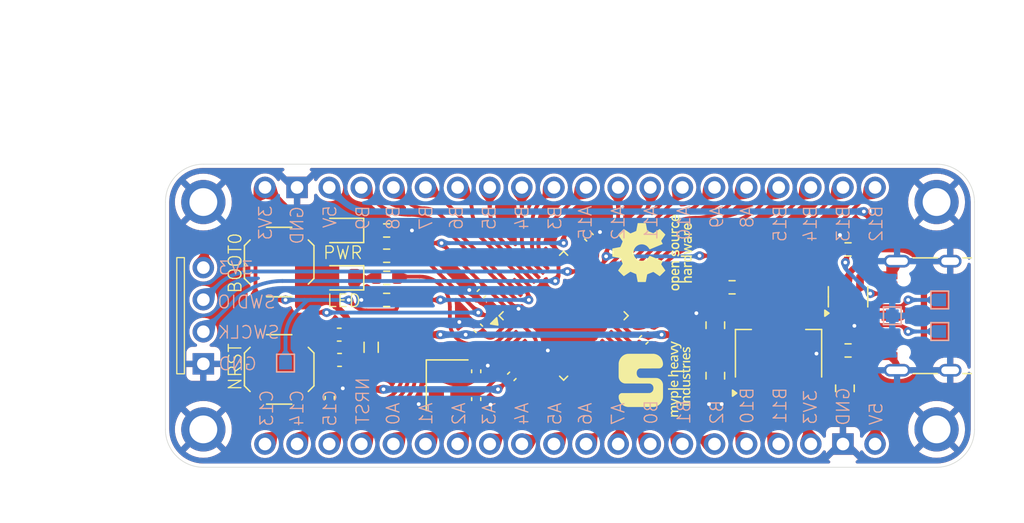
<source format=kicad_pcb>
(kicad_pcb (version 20240108) (generator "pcbnew") (generator_version "8.0")
  (layers (0 "F.Cu" signal) (31 "B.Cu" power) (34 "B.Paste" user) (35 "F.Paste" user) (36 "B.SilkS" user "B.Silkscreen") (37 "F.SilkS" user "F.Silkscreen") (38 "B.Mask" user) (39 "F.Mask" user) (44 "Edge.Cuts" user))
  (net 0 "")
  (net 1 "GND")
  (net 2 "+3.3V")
  (net 3 "/NRST")
  (net 5 "Net-(D1-K)")
  (net 6 "Net-(D2-K)")
  (net 7 "+3.3VA")
  (net 9 "/CC2")
  (net 10 "VBUS")
  (net 11 "/CC1")
  (net 12 "/B1")
  (net 13 "/B2")
  (net 14 "/B0")
  (net 15 "/B13")
  (net 16 "/B7")
  (net 17 "/B12")
  (net 18 "/B3")
  (net 19 "/B8")
  (net 20 "/B5")
  (net 21 "/B9")
  (net 22 "/B4")
  (net 23 "/B15")
  (net 24 "/B14")
  (net 25 "/BOOT0")
  (net 26 "/B6")
  (net 27 "/B10")
  (net 28 "/B11")
  (net 29 "/A1")
  (net 30 "/C15")
  (net 31 "/C14")
  (net 32 "/HSE_OUT")
  (net 33 "/A0")
  (net 34 "/A15")
  (net 35 "/A6")
  (net 36 "/A2")
  (net 37 "/A4")
  (net 38 "/A7")
  (net 39 "/A3")
  (net 40 "/C13")
  (net 41 "/A5")
  (net 42 "/A10")
  (net 43 "/A9")
  (net 44 "/A8")
  (net 45 "/HSE_IN")
  (net 46 "/SWCLK")
  (net 47 "/SWDIO")
  (net 48 "/A12")
  (net 49 "/A11")
  (net 50 "/DN")
  (net 51 "/DP")
  (footprint "Capacitor_SMD:C_0402_1005Metric" (layer "F.Cu") (at 144.5 96.75 -45)
    (property "Reference" "C4")
    (property "Value" "100nF")
  )
  (footprint "Package_QFP:LQFP-48_7x7mm_P0.5mm" (layer "F.Cu") (at 142.5 103 45)
    (property "Reference" "U1")
    (property "Value" "STM32F103C8Tx")
  )
  (footprint "LOGO" (layer "F.Cu") (at 149.5 98 90)
    (property "Reference" "G***")
    (property "Value" "LOGO" (hide yes))
  )
  (footprint "Capacitor_SMD:C_0402_1005Metric" (layer "F.Cu") (at 138.4 107.8 45)
    (property "Reference" "C5")
    (property "Value" "10nF")
  )
  (footprint "Connector_USB:USB_C_Receptacle_G-Switch_GT-USB-7010ASV" (layer "F.Cu") (at 172 103 90)
    (property "Reference" "J1")
    (property "Value" "USB_C_Receptacle_USB2.0_16P")
  )
  (footprint "MountingHole:MountingHole_2.2mm_M2_ISO7380_Pad" (layer "F.Cu") (at 114 94)
    (property "Reference" "H1")
    (property "Value" "MountingHole_Pad")
  )
  (footprint "Resistor_SMD:R_0603_1608Metric" (layer "F.Cu") (at 128.5 96.25 180)
    (property "Reference" "R3")
    (property "Value" "220")
  )
  (footprint "MountingHole:MountingHole_2.2mm_M2_ISO7380_Pad" (layer "F.Cu") (at 172 94)
    (property "Reference" "H4")
    (property "Value" "MountingHole_Pad")
  )
  (footprint "Button_Switch_SMD:SW_Push_1P1T_XKB_TS-1187A" (layer "F.Cu") (at 120 107.25 90)
    (property "Reference" "SW1")
    (property "Value" "SW_SPST")
  )
  (footprint "MountingHole:MountingHole_2.2mm_M2_ISO7380_Pad" (layer "F.Cu") (at 114 112)
    (property "Reference" "H2")
    (property "Value" "MountingHole_Pad")
  )
  (footprint "Capacitor_SMD:C_0402_1005Metric" (layer "F.Cu") (at 135.75 104 135)
    (property "Reference" "C2")
    (property "Value" "100nF")
  )
  (footprint "Button_Switch_SMD:SW_Push_1P1T_XKB_TS-1187A" (layer "F.Cu") (at 120 98.75 -90)
    (property "Reference" "SW2")
    (property "Value" "SW_SPST")
  )
  (footprint "Capacitor_SMD:C_0402_1005Metric" (layer "F.Cu") (at 148.839411 104.910589 -135)
    (property "Reference" "C3")
    (property "Value" "100nF")
  )
  (footprint "Crystal:Crystal_SMD_3225-4Pin_3.2x2.5mm" (layer "F.Cu") (at 133.285 108.5 -90)
    (property "Reference" "Y1")
    (property "Value" "16MHz")
  )
  (footprint "Capacitor_SMD:C_0402_1005Metric" (layer "F.Cu") (at 135.585 107.4 90)
    (property "Reference" "C9")
    (property "Value" "10pF")
  )
  (footprint "Capacitor_SMD:C_0603_1608Metric" (layer "F.Cu") (at 124.75 104.5 180)
    (property "Reference" "C7")
    (property "Value" "1uF")
  )
  (footprint "Capacitor_SMD:C_0402_1005Metric" (layer "F.Cu") (at 135.585 109.6 -90)
    (property "Reference" "C10")
    (property "Value" "10pF")
  )
  (footprint "Capacitor_SMD:C_0402_1005Metric" (layer "F.Cu") (at 124 109.5 90)
    (property "Reference" "C11")
    (property "Value" "100nF")
  )
  (footprint "Capacitor_SMD:C_0603_1608Metric" (layer "F.Cu") (at 124.775 106.5 180)
    (property "Reference" "C8")
    (property "Value" "1uF")
  )
  (footprint "LED_SMD:LED_0805_2012Metric" (layer "F.Cu") (at 125 96.25 180)
    (property "Reference" "D1")
    (property "Value" "EMERALD")
  )
  (footprint "Capacitor_SMD:C_0805_2012Metric" (layer "F.Cu") (at 164.75 108.75 -90)
    (property "Reference" "C12")
    (property "Value" "22uF")
  )
  (footprint "Resistor_SMD:R_0603_1608Metric" (layer "F.Cu") (at 165 105.75 180)
    (property "Reference" "R2")
    (property "Value" "5k1")
  )
  (footprint "Inductor_SMD:L_0805_2012Metric" (layer "F.Cu") (at 127.275 105.5 -90)
    (property "Reference" "FB1")
    (property "Value" "100R")
  )
  (footprint "Resistor_SMD:R_0603_1608Metric" (layer "F.Cu") (at 165 97.75 180)
    (property "Reference" "R1")
    (property "Value" "5k1")
  )
  (footprint "Connector_PinHeader_2.54mm:PinHeader_1x20_P2.54mm_Vertical" (layer "F.Cu") (at 118.875 92.84 90)
    (property "Reference" "J2")
    (property "Value" "Conn_01x20_Pin")
  )
  (footprint "Resistor_SMD:R_0603_1608Metric" (layer "F.Cu") (at 128.5 98.25)
    (property "Reference" "R4")
    (property "Value" "10k")
  )
  (footprint "Capacitor_SMD:C_0402_1005Metric" (layer "F.Cu") (at 136 101.25 -135)
    (property "Reference" "C1")
    (property "Value" "100nF")
  )
  (footprint "Resistor_SMD:R_0603_1608Metric" (layer "F.Cu") (at 128.50625 100 180)
    (property "Reference" "R5")
    (property "Value" "220")
  )
  (footprint "Resistor_SMD:R_0603_1608Metric" (layer "F.Cu") (at 155.825 100.75 180)
    (property "Reference" "R7")
    (property "Value" "1k5")
  )
  (footprint "Connector_PinHeader_2.54mm:PinHeader_1x20_P2.54mm_Vertical" (layer "F.Cu") (at 167.135 113.16 -90)
    (property "Reference" "J3")
    (property "Value" "Conn_01x20_Pin")
  )
  (footprint "MountingHole:MountingHole_2.2mm_M2_ISO7380_Pad" (layer "F.Cu") (at 172 112)
    (property "Reference" "H3")
    (property "Value" "MountingHole_Pad")
  )
  (footprint "Package_TO_SOT_SMD:SOT-223-3_TabPin2" (layer "F.Cu") (at 159.5 106 90)
    (property "Reference" "U2")
    (property "Value" "AMS1117-3.3")
  )
  (footprint "Resistor_SMD:R_0603_1608Metric" (layer "F.Cu") (at 128.5 101.75)
    (property "Reference" "R6")
    (property "Value" "10k")
  )
  (footprint "Package_TO_SOT_SMD:SOT-23-6" (layer "F.Cu") (at 165 101.5 90)
    (property "Reference" "U3")
    (property "Value" "USBLC6-2SC6")
  )
  (footprint "LOGO" (layer "F.Cu") (at 149.5 108 90)
    (property "Reference" "G***")
    (property "Value" "LOGO" (hide yes))
  )
  (footprint "Capacitor_SMD:C_0805_2012Metric" (layer "F.Cu") (at 154.5 103.75 90)
    (property "Reference" "C6")
    (property "Value" "10uF")
  )
  (footprint "LED_SMD:LED_0805_2012Metric" (layer "F.Cu") (at 125.00625 100 180)
    (property "Reference" "D2")
    (property "Value" "YELLOW")
  )
  (footprint "Connector_PinHeader_2.54mm:PinHeader_1x04_P2.54mm_Vertical" (layer "F.Cu") (at 114 106.81 180)
    (property "Reference" "J4")
    (property "Value" "Conn_01x04_Pin")
  )
  (footprint "Capacitor_SMD:C_0805_2012Metric" (layer "F.Cu") (at 154.5 107.75 -90)
    (property "Reference" "C13")
    (property "Value" "22uF")
  )
  (footprint "TestPoint:TestPoint_Pad_1.0x1.0mm" (layer "B.Cu") (at 172.25 101.75 180)
    (property "Reference" "TP3")
    (property "Value" "TestPoint")
  )
  (footprint "TestPoint:TestPoint_Pad_1.0x1.0mm" (layer "B.Cu") (at 168.5 103 90)
    (property "Reference" "TP1")
    (property "Value" "TestPoint")
  )
  (footprint "TestPoint:TestPoint_Pad_1.0x1.0mm" (layer "B.Cu") (at 120.5 106.75 180)
    (property "Reference" "TP4")
    (property "Value" "TestPoint")
  )
  (footprint "TestPoint:TestPoint_Pad_1.0x1.0mm" (layer "B.Cu") (at 172.25 104.25 180)
    (property "Reference" "TP2")
    (property "Value" "TestPoint")
  )
  (gr_rect (start 111.9 98.4) (end 112.5 107.6) (stroke (width 0.1)) (fill none) (layer "F.SilkS"))
  (gr_line (start 114 91) (end 172 91) (stroke (width 0.05)) (layer "Edge.Cuts"))
  (gr_arc (start 114 115) (mid 111.87868 114.12132) (end 111 112) (stroke (width 0.05)) (layer "Edge.Cuts"))
  (gr_arc (start 172 91) (mid 174.12132 91.87868) (end 175 94) (stroke (width 0.05)) (layer "Edge.Cuts"))
  (gr_line (start 114 115) (end 172 115) (stroke (width 0.05)) (layer "Edge.Cuts"))
  (gr_arc (start 111 94) (mid 111.87868 91.87868) (end 114 91) (stroke (width 0.05)) (layer "Edge.Cuts"))
  (gr_line (start 111 94) (end 111 112) (stroke (width 0.05)) (layer "Edge.Cuts"))
  (gr_line (start 175 112) (end 175 94) (stroke (width 0.05)) (layer "Edge.Cuts"))
  (gr_arc (start 175 112) (mid 174.12132 114.12132) (end 172 115) (stroke (width 0.05)) (layer "Edge.Cuts"))
  (gr_text "A8" (at 157.6 94.2 90) (layer "B.SilkS") (effects (font (size 1 1) (thickness 0.1)) (justify left bottom mirror)))
  (gr_text "A6" (at 144.8 109.8 90) (layer "B.SilkS") (effects (font (size 1 1) (thickness 0.1)) (justify left bottom mirror)))
  (gr_text "A1" (at 132.2 109.8 90) (layer "B.SilkS") (effects (font (size 1 1) (thickness 0.1)) (justify left bottom mirror)))
  (gr_text "A3" (at 137.2 109.8 90) (layer "B.SilkS") (effects (font (size 1 1) (thickness 0.1)) (justify left bottom mirror)))
  (gr_text "B11" (at 160.2 108.6 90) (layer "B.SilkS") (effects (font (size 1 1) (thickness 0.1)) (justify left bottom mirror)))
  (gr_text "B9" (at 127.2 94.2 90) (layer "B.SilkS") (effects (font (size 1 1) (thickness 0.1)) (justify left bottom mirror)))
  (gr_text "B14" (at 162.6 94.2 90) (layer "B.SilkS") (effects (font (size 1 1) (thickness 0.1)) (justify left bottom mirror)))
  (gr_text "B4" (at 139.8 94.2 90) (layer "B.SilkS") (effects (font (size 1 1) (thickness 0.1)) (justify left bottom mirror)))
  (gr_text "5V" (at 167.8 109.8 90) (layer "B.SilkS") (effects (font (size 1 1) (thickness 0.1)) (justify left bottom mirror)))
  (gr_text "B12" (at 167.8 94.2 90) (layer "B.SilkS") (effects (font (size 1 1) (thickness 0.1)) (justify left bottom mirror)))
  (gr_text "3V3" (at 119.5 94.2 90) (layer "B.SilkS") (effects (font (size 1 1) (thickness 0.1)) (justify left bottom mirror)))
  (gr_text "A7" (at 147.4 109.8 90) (layer "B.SilkS") (effects (font (size 1 1) (thickness 0.1)) (justify left bottom mirror)))
  (gr_text "SWDIO" (at 119.8 102.5 0) (layer "B.SilkS") (effects (font (size 1 1) (thickness 0.1)) (justify left bottom mirror)))
  (gr_text "NRST" (at 127.2 107.8 90) (layer "B.SilkS") (effects (font (size 1 1) (thickness 0.1)) (justify left bottom mirror)))
  (gr_text "B3" (at 142.4 94.2 90) (layer "B.SilkS") (effects (font (size 1 1) (thickness 0.1)) (justify left bottom mirror)))
  (gr_text "B2" (at 155.2 109.6 90) (layer "B.SilkS") (effects (font (size 1 1) (thickness 0.1)) (justify left bottom mirror)))
  (gr_text "B7" (at 132.2 94.2 90) (layer "B.SilkS") (effects (font (size 1 1) (thickness 0.1)) (justify left bottom mirror)))
  (gr_text "B10" (at 157.6 108.6 90) (layer "B.SilkS") (effects (font (size 1 1) (thickness 0.1)) (justify left bottom mirror)))
  (gr_text "A10" (at 152.6 94.2 90) (layer "B.SilkS") (effects (font (size 1 1) (thickness 0.1)) (justify left bottom mirror)))
  (gr_text "B5" (at 137.2 94.2 90) (layer "B.SilkS") (effects (font (size 1 1) (thickness 0.1)) (justify left bottom mirror)))
  (gr_text "C14" (at 122 108.8 90) (layer "B.SilkS") (effects (font (size 1 1) (thickness 0.1)) (justify left bottom mirror)))
  (gr_text "3V3" (at 118 99.8 0) (layer "B.SilkS") (effects (font (size 1 1) (thickness 0.1)) (justify left bottom mirror)))
  (gr_text "GND" (at 118.3 107.4 0) (layer "B.SilkS") (effects (font (size 1 1) (thickness 0.1)) (justify left bottom mirror)))
  (gr_text "A5" (at 142.4 109.8 90) (layer "B.SilkS") (effects (font (size 1 1) (thickness 0.1)) (justify left bottom mirror)))
  (gr_text "A11" (at 150 94.2 90) (layer "B.SilkS") (effects (font (size 1 1) (thickness 0.1)) (justify left bottom mirror)))
  (gr_text "B15" (at 160.2 94.2 90) (layer "B.SilkS") (effects (font (size 1 1) (thickness 0.1)) (justify left bottom mirror)))
  (gr_text "GND" (at 122 94.25 90) (layer "B.SilkS") (effects (font (size 1 1) (thickness 0.1)) (justify left bottom mirror)))
  (gr_text "3V3" (at 162.6 108.8 90) (layer "B.SilkS") (effects (font (size 1 1) (thickness 0.1)) (justify left bottom mirror)))
  (gr_text "A4" (at 139.8 109.8 90) (layer "B.SilkS") (effects (font (size 1 1) (thickness 0.1)) (justify left bottom mirror)))
  (gr_text "5V" (at 124.6 94.2 90) (layer "B.SilkS") (effects (font (size 1 1) (thickness 0.1)) (justify left bottom mirror)))
  (gr_text "C13" (at 119.6 108.8 90) (layer "B.SilkS") (effects (font (size 1 1) (thickness 0.1)) (justify left bottom mirror)))
  (gr_text "B8" (at 129.6 94.2 90) (layer "B.SilkS") (effects (font (size 1 1) (thickness 0.1)) (justify left bottom mirror)))
  (gr_text "C15" (at 124.6 108.8 90) (layer "B.SilkS") (effects (font (size 1 1) (thickness 0.1)) (justify left bottom mirror)))
  (gr_text "A15" (at 144.8 94.2 90) (layer "B.SilkS") (effects (font (size 1 1) (thickness 0.1)) (justify left bottom mirror)))
  (gr_text "B13" (at 165.2 94.2 90) (layer "B.SilkS") (effects (font (size 1 1) (thickness 0.1)) (justify left bottom mirror)))
  (gr_text "A9" (at 155.2 94.2 90) (layer "B.SilkS") (effects (font (size 1 1) (thickness 0.1)) (justify left bottom mirror)))
  (gr_text "GND" (at 165.2 108.6 90) (layer "B.SilkS") (effects (font (size 1 1) (thickness 0.1)) (justify left bottom mirror)))
  (gr_text "A0" (at 129.6 109.8 90) (layer "B.SilkS") (effects (font (size 1 1) (thickness 0.1)) (justify left bottom mirror)))
  (gr_text "B6" (at 134.6 94.2 90) (layer "B.SilkS") (effects (font (size 1 1) (thickness 0.1)) (justify left bottom mirror)))
  (gr_text "A2" (at 134.8 109.8 90) (layer "B.SilkS") (effects (font (size 1 1) (thickness 0.1)) (justify left bottom mirror)))
  (gr_text "A12" (at 147.4 94.2 90) (layer "B.SilkS") (effects (font (size 1 1) (thickness 0.1)) (justify left bottom mirror)))
  (gr_text "SWCLK" (at 120.1 104.9 0) (layer "B.SilkS") (effects (font (size 1 1) (thickness 0.1)) (justify left bottom mirror)))
  (gr_text "B1" (at 152.6 109.6 90) (layer "B.SilkS") (effects (font (size 1 1) (thickness 0.1)) (justify left bottom mirror)))
  (gr_text "B0" (at 150 109.6 90) (layer "B.SilkS") (effects (font (size 1 1) (thickness 0.1)) (justify left bottom mirror)))
  (gr_text "PWR" (at 123.4 98.6 0) (layer "F.SilkS") (effects (font (size 1 1) (thickness 0.1)) (justify left bottom)))
  (gr_text "LED" (at 123.7 102.4 0) (layer "F.SilkS") (effects (font (size 1 1) (thickness 0.1)) (justify left bottom)))
  (gr_text "BOOT0" (at 117.1 101.3 90) (layer "F.SilkS") (effects (font (size 1 1) (thickness 0.1)) (justify left bottom)))
  (gr_text "NRST" (at 117.1 109 90) (layer "F.SilkS") (effects (font (size 1 1) (thickness 0.1)) (justify left bottom)))
  (segment (start 125.03 108.75) (end 124.895 108.885) (width 0.5) (layer "F.Cu") (net 1))
  (segment (start 120.975095 92.725095) (end 120 91.75) (width 0.5) (layer "F.Cu") (net 1))
  (segment (start 135.330294 103.580294) (end 135.410589 103.660589) (width 0.5) (layer "F.Cu") (net 1))
  (segment (start 168.691152 99.383847) (end 168.275 99.8) (width 0.5) (layer "F.Cu") (net 1))
  (segment (start 135.585 106.92) (end 134.954411 106.92) (width 0.5) (layer "F.Cu") (net 1))
  (segment (start 164.175 96.918979) (end 164.175 97.75) (width 0.5) (layer "F.Cu") (net 1))
  (segment (start 153 102.8) (end 154.5 102.8) (width 0.5) (layer "F.Cu") (net 1))
  (segment (start 138.934262 102.45) (end 138.851141 102.45) (width 0.3) (layer "F.Cu") (net 1))
  (segment (start 148.21599 105.25) (end 148.5 105.25) (width 0.3) (layer "F.Cu") (net 1))
  (segment (start 142.246033 104.753967) (end 141.25 105.75) (width 0.3) (layer "F.Cu") (net 1))
  (segment (start 164.249843 113.250156) (end 163.25 114.25) (width 0.5) (layer "F.Cu") (net 1))
  (segment (start 165.234229 103.534229) (end 165.5 103.8) (width 0.5) (layer "F.Cu") (net 1))
  (segment (start 144.776187 97.152633) (end 144.637602 97.291219) (width 0.3) (layer "F.Cu") (net 1))
  (segment (start 140.448828 106.11183) (end 139.725167 106.835493) (width 0.3) (layer "F.Cu") (net 1))
  (segment (start 144.362397 97.955622) (end 143.852342 98.465678) (width 0.3) (layer "F.Cu") (net 1))
  (segment (start 168.875 98.94) (end 168.875 98.68) (width 0.5) (layer "F.Cu") (net 1))
  (segment (start 162.926776 105.75) (end 164.175 105.75) (width 0.5) (layer "F.Cu") (net 1))
  (segment (start 168.875 107.06) (end 168.875 107.32) (width 0.5) (layer "F.Cu") (net 1))
  (segment (start 124 109.02) (end 124.569081 109.02) (width 0.5) (layer "F.Cu") (net 1))
  (segment (start 138.709244 102.391224) (end 137.965678 101.647658) (width 0.3) (layer "F.Cu") (net 1))
  (segment (start 146.737118 104.055138) (end 147.331526 104.649546) (width 0.3) (layer "F.Cu") (net 1))
  (segment (start 136.655983 110.08) (end 135.585 110.08) (width 0.5) (layer "F.Cu") (net 1))
  (segment (start 162.625 105.875) (end 162.5 106) (width 0.5) (layer "F.Cu") (net 1))
  (segment (start 123.975 106.457322) (end 123.975 104.5) (width 0.5) (layer "F.Cu") (net 1))
  (segment (start 131.717842 109.6) (end 132.435 109.6) (width 0.5) (layer "F.Cu") (net 1))
  (segment (start 140.448828 106.11183) (end 140.655329 105.90533) (width 0.3) (layer "F.Cu") (net 1))
  (segment (start 139.227583 107.333076) (end 139.725167 106.835493) (width 0.3) (layer "F.Cu") (net 1))
  (segment (start 121.5775 92.84) (end 121.84 92.84) (width 0.5) (layer "F.Cu") (net 1))
  (segment (start 141.03033 105.75) (end 141.25 105.75) (width 0.3) (layer "F.Cu") (net 1))
  (segment (start 135.136446 103.5) (end 134.25 103.5) (width 0.5) (layer "F.Cu") (net 1))
  (segment (start 130.5 96.25) (end 129.325 96.25) (width 0.5) (layer "F.Cu") (net 1))
  (segment (start 145.375 96.375) (end 144.902634 96.847365) (width 0.3) (layer "F.Cu") (net 1))
  (segment (start 136.70125 110.06125) (end 136.72 110.0425) (width 0.5) (layer "F.Cu") (net 1))
  (segment (start 144.650669 103.757934) (end 146.019604 103.757934) (width 0.3) (layer "F.Cu") (net 1))
  (segment (start 121.5775 92.84) (end 121.2525 92.84) (width 0.5) (layer "F.Cu") (net 1))
  (segment (start 121.66 92.84) (end 122.75 91.75) (width 0.5) (layer "F.Cu") (net 1))
  (segment (start 124 109.02) (end 124 106.517677) (width 0.5) (layer "F.Cu") (net 1))
  (segment (start 135.035589 100.964411) (end 135.660589 101.589411) (width 0.5) (layer "F.Cu") (net 1))
  (segment (start 131.235 109.8) (end 131.035 110) (width 0.5) (layer "F.Cu") (net 1))
  (segment (start 126.5 101.75) (end 127.675 101.75) (width 0.5) (layer "F.Cu") (net 1))
  (segment (start 147.731154 105.049174) (end 147.331526 104.649546) (width 0.3) (layer "F.Cu") (net 1))
  (segment (start 136.448177 106.92) (end 135.585 106.92) (width 0.5) (layer "F.Cu") (net 1))
  (segment (start 134.375 107.16) (end 134.135 107.4) (width 0.5) (layer "F.Cu") (net 1))
  (segment (start 165.021369 113.271369) (end 166 114.25) (width 0.5) (layer "F.Cu") (net 1))
  (segment (start 164.7225 113.16) (end 164.4675 113.16) (width 0.5) (layer "F.Cu") (net 1))
  (segment (start 164.266237 96.698712) (end 164.357475 96.607475) (width 0.5) (layer "F.Cu") (net 1))
  (segment (start 164.7225 113.16) (end 164.7525 113.16) (width 0.5) (layer "F.Cu") (net 1))
  (segment (start 165 102.96875) (end 165 102.6375) (width 0.5) (layer "F.Cu") (net 1))
  (segment (start 138.919741 107.460589) (end 138.739411 107.460589) (width 0.3) (layer "F.Cu") (net 1))
  (segment (start 168.691152 106.616152) (end 168.275 106.2) (width 0.5) (layer "F.Cu") (net 1))
  (segment (start 136.499391 106.95) (end 136.484391 106.935) (width 0.5) (layer "F.Cu") (net 1))
  (via (at 138.934262 102.45) (size 0.7) (drill 0.3) (layers "F.Cu" "B.Cu") (net 1))
  (via (at 135.035589 100.964411) (size 0.7) (drill 0.3) (layers "F.Cu" "B.Cu") (net 1))
  (via (at 164.357475 96.607475) (size 0.7) (drill 0.3) (layers "F.Cu" "B.Cu") (net 1))
  (via (at 130.5 96.25) (size 0.7) (drill 0.3) (layers "F.Cu" "B.Cu") (net 1))
  (via (at 136.72 110.0425) (size 0.7) (drill 0.3) (layers "F.Cu" "B.Cu") (net 1))
  (via (at 134.25 103.5) (size 0.7) (drill 0.3) (layers "F.Cu" "B.Cu") (net 1))
  (via (at 125.03 108.75) (size 0.7) (drill 0.3) (layers "F.Cu" "B.Cu") (net 1))
  (via (at 153 102.8) (size 0.7) (drill 0.3) (layers "F.Cu" "B.Cu") (net 1))
  (via (at 136.499391 106.95) (size 0.7) (drill 0.3) (layers "F.Cu" "B.Cu") (net 1))
  (via (at 126.5 101.75) (size 0.7) (drill 0.3) (layers "F.Cu" "B.Cu") (net 1))
  (via (at 165.5 103.8) (size 0.7) (drill 0.3) (layers "F.Cu" "B.Cu") (net 1))
  (via (at 131.035 110) (size 0.7) (drill 0.3) (layers "F.Cu" "B.Cu") (net 1))
  (via (at 145.375 96.375) (size 0.7) (drill 0.3) (layers "F.Cu" "B.Cu") (net 1))
  (via (at 155 110) (size 0.7) (drill 0.3) (layers "F.Cu" "B.Cu") (net 1))
  (via (at 141.25 105.75) (size 0.7) (drill 0.3) (layers "F.Cu" "B.Cu") (net 1))
  (via (at 154 110) (size 0.7) (drill 0.3) (layers "F.Cu" "B.Cu") (net 1))
  (via (at 162.5 106) (size 0.7) (drill 0.3) (layers "F.Cu" "B.Cu") (net 1))
  (arc (start 168.691152 106.616152) (mid 168.827219 106.819791) (end 168.875 107.06) (width 0.5) (layer "F.Cu") (net 1))
  (arc (start 164.4675 113.16) (mid 164.349705 113.18343) (end 164.249843 113.250156) (width 0.5) (layer "F.Cu") (net 1))
  (arc (start 144.839411 97) (mid 144.822979 97.082604) (end 144.776187 97.152633) (width 0.3) (layer "F.Cu") (net 1))
  (arc (start 120.975095 92.725095) (mid 121.102369 92.810137) (end 121.2525 92.84) (width 0.5) (layer "F.Cu") (net 1))
  (arc (start 144.650669 103.757934) (mid 143.349289 104.016794) (end 142.246033 104.753967) (width 0.3) (layer "F.Cu") (net 1))
  (arc (start 131.717842 109.6) (mid 131.456529 109.651978) (end 131.235 109.8) (width 0.5) (layer "F.Cu") (net 1))
  (arc (start 124.895 108.885) (mid 124.745467 108.984914) (end 124.569081 109.02) (width 0.5) (layer "F.Cu") (net 1))
  (arc (start 168.875 98.94) (mid 168.827219 99.180208) (end 168.691152 99.383847) (width 0.5) (layer "F.Cu") (net 1))
  (arc (start 164.266237 96.698712) (mid 164.198711 96.799771) (end 164.175 96.918979) (width 0.5) (layer "F.Cu") (net 1))
  (arc (start 136.70125 110.06125) (mid 136.680481 110.075127) (end 136.655983 110.08) (width 0.5) (layer "F.Cu") (net 1))
  (arc (start 135.330294 103.580294) (mid 135.241356 103.520867) (end 135.136446 103.5) (width 0.5) (layer "F.Cu") (net 1))
  (arc (start 141.03033 105.75) (mid 140.827381 105.790368) (end 140.655329 105.90533) (width 0.3) (layer "F.Cu") (net 1))
  (arc (start 138.709244 102.391224) (mid 138.774347 102.434724) (end 138.851141 102.45) (width 0.3) (layer "F.Cu") (net 1))
  (arc (start 136.484391 106.935) (mid 136.467776 106.923898) (end 136.448177 106.92) (width 0.5) (layer "F.Cu") (net 1))
  (arc (start 162.926776 105.75) (mid 162.763456 105.782486) (end 162.625 105.875) (width 0.5) (layer "F.Cu") (net 1))
  (arc (start 144.637602 97.291219) (mid 144.535761 97.443634) (end 144.5 97.623421) (width 0.3) (layer "F.Cu") (net 1))
  (arc (start 123.975 106.457322) (mid 123.978248 106.473654) (end 123.9875 106.4875) (width 0.5) (layer "F.Cu") (net 1))
  (arc (start 165 102.96875) (mid 165.060874 103.274785) (end 165.234229 103.534229) (width 0.5) (layer "F.Cu") (net 1))
  (arc (start 165.021369 113.271369) (mid 164.89801 113.188943) (end 164.7525 113.16) (width 0.5) (layer "F.Cu") (net 1))
  (arc (start 147.731154 105.049174) (mid 147.953598 105.197807) (end 148.21599 105.25) (width 0.3) (layer "F.Cu") (net 1))
  (arc (start 144.5 97.623421) (mid 144.464238 97.803206) (end 144.362397 97.955622) (width 0.3) (layer "F.Cu") (net 1))
  (arc (start 123.9875 106.4875) (mid 123.996751 106.501345) (end 124 106.517677) (width 0.5) (layer "F.Cu") (net 1))
  (arc (start 146.737118 104.055138) (mid 146.407919 103.835174) (end 146.019604 103.757934) (width 0.3) (layer "F.Cu") (net 1))
  (arc (start 139.227583 107.333076) (mid 139.086344 107.427449) (end 138.919741 107.460589) (width 0.3) (layer "F.Cu") (net 1))
  (arc (start 144.902634 96.847365) (mid 144.855842 96.917394) (end 144.839411 97) (width 0.3) (layer "F.Cu") (net 1))
  (arc (start 134.954411 106.92) (mid 134.640836 106.982373) (end 134.375 107.16) (width 0.5) (layer "F.Cu") (net 1))
  (segment (start 164.7225 113.16) (end 164.4675 113.16) (width 0.5) (layer "B.Cu") (net 1))
  (segment (start 164.249843 113.250156) (end 163.25 114.25) (width 0.5) (layer "B.Cu") (net 1))
  (segment (start 121.09 92.84) (end 120 91.75) (width 0.5) (layer "B.Cu") (net 1))
  (segment (start 165.021369 113.271369) (end 166 114.25) (width 0.5) (layer "B.Cu") (net 1))
  (segment (start 121.66 92.84) (end 122.75 91.75) (width 0.5) (layer "B.Cu") (net 1))
  (segment (start 121.415 92.84) (end 121.84 92.84) (width 0.5) (layer "B.Cu") (net 1))
  (segment (start 164.7525 113.16) (end 164.7225 113.16) (width 0.5) (layer "B.Cu") (net 1))
  (arc (start 165.021369 113.271369) (mid 164.89801 113.188943) (end 164.7525 113.16) (width 0.5) (layer "B.Cu") (net 1))
  (arc (start 164.4675 113.16) (mid 164.349705 113.18343) (end 164.249843 113.250156) (width 0.5) (layer "B.Cu") (net 1))
  (segment (start 125.525 104.5) (end 127.168305 104.5) (width 0.5) (layer "F.Cu") (net 2))
  (segment (start 154.4 104.6) (end 154.5 104.7) (width 0.5) (layer "F.Cu") (net 2))
  (segment (start 150.25 104.5) (end 154.158578 104.5) (width 0.5) (layer "F.Cu") (net 2))
  (segment (start 144 96.684731) (end 144 97.256501) (width 0.3) (layer "F.Cu") (net 2))
  (segment (start 124.06875 100.083968) (end 124.06875 99.916031) (width 0.5) (layer "F.Cu") (net 2))
  (segment (start 136.419705 100.910589) (end 136.430456 100.910589) (width 0.3) (layer "F.Cu") (net 2))
  (segment (start 124.06875 99.412966) (end 124.06875 99.916031) (width 0.5) (layer "F.Cu") (net 2))
  (segment (start 118.875 92.885) (end 118.875 92.9825) (width 0.5) (layer "F.Cu") (net 2))
  (segment (start 114 98.595) (end 114 99.19) (width 0.5) (layer "F.Cu") (net 2))
  (segment (start 136.585879 100.974967) (end 137.612124 102.001212) (width 0.3) (layer "F.Cu") (net 2))
  (segment (start 125.525 103.823007) (end 125.525 104.5) (width 0.5) (layer "F.Cu") (net 2))
  (segment (start 150.25 104.5) (end 150.214411 104.535589) (width 0.3) (layer "F.Cu") (net 2))
  (segment (start 114.420728 97.579271) (end 118.774237 93.225762) (width 0.5) (layer "F.Cu") (net 2))
  (segment (start 124.409375 102.159375) (end 125.090625 102.840625) (width 0.5) (layer "F.Cu") (net 2))
  (segment (start 162.055 112.7325) (end 162.055 113.16) (width 0.5) (layer "F.Cu") (net 2))
  (segment (start 124.05808 96.25) (end 122.728553 96.25) (width 0.5) (layer "F.Cu") (net 2))
  (segment (start 142.5 96.989999) (end 142.5 97.25) (width 0.3) (layer "F.Cu") (net 2))
  (segment (start 143.749394 97.861518) (end 143.498788 98.112124) (width 0.3) (layer "F.Cu") (net 2))
  (segment (start 127.675 97.9125) (end 127.675 97.804809) (width 0.3) (layer "F.Cu") (net 2))
  (segment (start 128.229809 97.25) (end 132.839411 97.25) (width 0.3) (layer "F.Cu") (net 2))
  (segment (start 125.1375 102.8875) (end 125.090625 102.840625) (width 0.5) (layer "F.Cu") (net 2))
  (segment (start 159.5 109.45) (end 159.5 109.15) (width 0.5) (layer "F.Cu") (net 2))
  (segment (start 149.202244 104.571178) (end 150.128491 104.571178) (width 0.3) (layer "F.Cu") (net 2))
  (segment (start 147.657508 104.26842) (end 147.387876 103.998788) (width 0.3) (layer "F.Cu") (net 2))
  (segment (start 127.381694 104.5) (end 132.75 104.5) (width 0.5) (layer "F.Cu") (net 2))
  (segment (start 159.712132 109.962132) (end 161.752711 112.002711) (width 0.5) (layer "F.Cu") (net 2))
  (segment (start 124.409375 102.159375) (end 124.181445 101.931445) (width 0.5) (layer "F.Cu") (net 2))
  (segment (start 127.3375 98.25) (end 125.231716 98.25) (width 0.5) (layer "F.Cu") (net 2))
  (segment (start 143.07941 96.410589) (end 144.047035 96.410589) (width 0.3) (layer "F.Cu") (net 2))
  (segment (start 124.128125 100.059375) (end 124.1875 100.11875) (width 0.5) (layer "F.Cu") (net 2))
  (segment (start 124.06875 96.260669) (end 124.06875 99.916031) (width 0.5) (layer "F.Cu") (net 2))
  (segment (start 124.06875 101.340625) (end 124.06875 101.659375) (width 0.5) (layer "F.Cu") (net 2))
  (segment (start 121.625 95.5) (end 122.125 96) (width 0.5) (layer "F.Cu") (net 2))
  (segment (start 121.625 95.5) (end 118.996819 92.871819) (width 0.5) (layer "F.Cu") (net 2))
  (segment (start 134.75 104.5) (end 135.815268 104.5) (width 0.3) (layer "F.Cu") (net 2))
  (segment (start 136.282634 100.693223) (end 132.839411 97.25) (width 0.3) (layer "F.Cu") (net 2))
  (segment (start 136.372398 104.622398) (end 136.169705 104.419705) (width 0.3) (layer "F.Cu") (net 2))
  (segment (start 136.988513 104.622398) (end 137.612124 103.998788) (width 0.3) (layer "F.Cu") (net 2))
  (segment (start 149.122274 104.538053) (end 148.308458 104.538053) (width 0.3) (layer "F.Cu") (net 2))
  (segment (start 124.06875 100.083968) (end 124.06875 101.340625) (width 0.5) (layer "F.Cu") (net 2))
  (via (at 142.5 97.25) (size 0.7) (drill 0.3) (layers "F.Cu" "B.Cu") (net 2))
  (via (at 134.75 104.5) (size 0.7) (drill 0.3) (layers "F.Cu" "B.Cu") (net 2))
  (via (at 150.25 104.5) (size 0.7) (drill 0.3) (layers "F.Cu" "B.Cu") (net 2))
  (via (at 132.839411 97.25) (size 0.7) (drill 0.3) (layers "F.Cu" "B.Cu") (net 2))
  (via (at 132.75 104.5) (size 0.7) (drill 0.3) (layers "F.Cu" "B.Cu") (net 2))
  (arc (start 159.5 109.45) (mid 159.555131 109.727163) (end 159.712132 109.962132) (width 0.5) (layer "F.Cu") (net 2))
  (arc (start 154.4 104.6) (mid 154.289234 104.525989) (end 154.158578 104.5) (width 0.5) (layer "F.Cu") (net 2))
  (arc (start 125.231716 98.25) (mid 124.786668 98.338525) (end 124.409375 98.590625) (width 0.5) (layer "F.Cu") (net 2))
  (arc (start 127.24375 104.46875) (mid 127.209135 104.491878) (end 127.168305 104.5) (width 0.5) (layer "F.Cu") (net 2))
  (arc (start 149.162259 104.554615) (mid 149.180604 104.566873) (end 149.202244 104.571178) (width 0.3) (layer "F.Cu") (net 2))
  (arc (start 124.128125 100.059375) (mid 124.09022 100.051835) (end 124.06875 100.083968) (width 0.5) (layer "F.Cu") (net 2))
  (arc (start 142.669705 96.580294) (mid 142.544104 96.768268) (end 142.5 96.989999) (width 0.3) (layer "F.Cu") (net 2))
  (arc (start 149.162259 104.554615) (mid 149.143913 104.542357) (end 149.122274 104.538053) (width 0.3) (layer "F.Cu") (net 2))
  (arc (start 127.30625 104.46875) (mid 127.340864 104.491878) (end 127.381694 104.5) (width 0.5) (layer "F.Cu") (net 2))
  (arc (start 127.30625 104.46875) (mid 127.275 104.455805) (end 127.24375 104.46875) (width 0.5) (layer "F.Cu") (net 2))
  (arc (start 125.1375 102.8875) (mid 125.424292 103.316714) (end 125.525 103.823007) (width 0.5) (layer "F.Cu") (net 2))
  (arc (start 136.282634 100.693223) (mid 136.324655 100.756111) (end 136.339411 100.830294) (width 0.3) (layer "F.Cu") (net 2))
  (arc (start 144.080294 96.490883) (mid 144.020867 96.579821) (end 144 96.684731) (width 0.3) (layer "F.Cu") (net 2))
  (arc (start 127.675 97.9125) (mid 127.576148 98.151148) (end 127.3375 98.25) (width 0.3) (layer "F.Cu") (net 2))
  (arc (start 143.07941 96.410589) (mid 142.857679 96.454693) (end 142.669705 96.580294) (width 0.3) (layer "F.Cu") (net 2))
  (arc (start 124.06875 99.916031) (mid 124.084181 99.993608) (end 124.128125 100.059375) (width 0.5) (layer "F.Cu") (net 2))
  (arc (start 124.065625 96.253125) (mid 124.067937 96.256586) (end 124.06875 96.260669) (width 0.5) (layer "F.Cu") (net 2))
  (arc (start 136.339411 100.830294) (mid 136.362928 100.887071) (end 136.419705 100.910589) (width 0.3) (layer "F.Cu") (net 2))
  (arc (start 136.988513 104.622398) (mid 136.847175 104.716837) (end 136.680456 104.75) (width 0.3) (layer "F.Cu") (net 2))
  (arc (start 127.8375 97.4125) (mid 127.717232 97.592493) (end 127.675 97.804809) (width 0.3) (layer "F.Cu") (net 2))
  (arc (start 118.996819 92.871819) (mid 118.961574 92.848269) (end 118.92 92.84) (width 0.5) (layer "F.Cu") (net 2))
  (arc (start 122.125 96) (mid 122.401912 96.185027) (end 122.728553 96.25) (width 0.5) (layer "F.Cu") (net 2))
  (arc (start 124.065625 96.253125) (mid 124.062163 96.250812) (end 124.05808 96.25) (width 0.5) (layer "F.Cu") (net 2))
  (arc (start 124.06875 101.659375) (mid 124.098038 101.806618) (end 124.181445 101.931445) (width 0.5) (layer "F.Cu") (net 2))
  (arc (start 161.752711 112.002711) (mid 161.976437 112.337541) (end 162.055 112.7325) (width 0.5) (layer "F.Cu") (net 2))
  (arc (start 118.92 92.84) (mid 118.88818 92.85318) (end 118.875 92.885) (width 0.5) (layer "F.Cu") (net 2))
  (arc (start 147.657508 104.26842) (mid 147.956166 104.467977) (end 148.308458 104.538053) (width 0.3) (layer "F.Cu") (net 2))
  (arc (start 136.585879 100.974967) (mid 136.51457 100.92732) (end 136.430456 100.910589) (width 0.3) (layer "F.Cu") (net 2))
  (arc (start 124.409375 98.590625) (mid 124.157275 98.967918) (end 124.06875 99.412966) (width 0.5) (layer "F.Cu") (net 2))
  (arc (start 144.080294 96.490883) (mid 144.09049 96.439624) (end 144.047035 96.410589) (width 0.3) (layer "F.Cu") (net 2))
  (arc (start 124.06875 99.916031) (mid 124.06875 99.916031) (end 124.06875 99.916031) (width 0.5) (layer "F.Cu") (net 2))
  (arc (start 136.009116 104.419705) (mid 135.920178 104.479132) (end 135.815268 104.5) (width 0.3) (layer "F.Cu") (net 2))
  (arc (start 136.169705 104.419705) (mid 136.08941 104.386446) (end 136.009116 104.419705) (width 0.3) (layer "F.Cu") (net 2))
  (arc (start 114.420728 97.579271) (mid 114.109343 98.045291) (end 114 98.595) (width 0.5) (layer "F.Cu") (net 2))
  (arc (start 144 97.256501) (mid 143.934869 97.583933) (end 143.749394 97.861518) (width 0.3) (layer "F.Cu") (net 2))
  (arc (start 118.875 92.9825) (mid 118.848812 93.114152) (end 118.774237 93.225762) (width 0.5) (layer "F.Cu") (net 2))
  (arc (start 128.229809 97.25) (mid 128.017493 97.292232) (end 127.8375 97.4125) (width 0.3) (layer "F.Cu") (net 2))
  (arc (start 136.372398 104.622398) (mid 136.513736 104.716837) (end 136.680456 104.75) (width 0.3) (layer "F.Cu") (net 2))
  (arc (start 150.214411 104.535589) (mid 150.17499 104.561928) (end 150.128491 104.571178) (width 0.3) (layer "F.Cu") (net 2))
  (segment (start 132.75 104.5) (end 134.75 104.5) (width 0.5) (layer "B.Cu") (net 2))
  (segment (start 150.25 104.5) (end 134.75 104.5) (width 0.5) (layer "B.Cu") (net 2))
  (segment (start 142.5 97.25) (end 132.839411 97.25) (width 0.3) (layer "B.Cu") (net 2))
  (segment (start 122.007582 103.742417) (end 122.734834 103.015165) (width 0.3) (layer "F.Cu") (net 3))
  (segment (start 123.375 102.75) (end 123.75 102.75) (width 0.3) (layer "F.Cu") (net 3))
  (segment (start 122.335918 109.98) (end 124 109.98) (width 0.3) (layer "F.Cu") (net 3))
  (segment (start 137.196329 102.949173) (end 136.090009 102.949173) (width 0.3) (layer "F.Cu") (net 3))
  (segment (start 140.083135 104.588823) (end 139.325357 103.831045) (width 0.3) (layer "F.Cu") (net 3))
  (segment (start 121.875 104.0625) (end 121.875 104.4375) (width 0.3) (layer "F.Cu") (net 3))
  (segment (start 122.009999 110.114999) (end 121.906819 110.21818) (width 0.3) (layer "F.Cu") (net 3))
  (segment (start 140.083135 105.770418) (end 139.733445 106.120109) (width 0.3) (layer "F.Cu") (net 3))
  (segment (start 121.75318 110.281819) (end 118.875 113.16) (width 0.3) (layer "F.Cu") (net 3))
  (segment (start 135.75 102.75) (end 131.93059 98.93059) (width 0.3) (layer "F.Cu") (net 3))
  (segment (start 121.875 104.4375) (end 121.875 110.205) (width 0.3) (layer "F.Cu") (net 3))
  (segment (start 130.2875 98.25) (end 129.325 98.25) (width 0.3) (layer "F.Cu") (net 3))
  (segment (start 135.75 102.75) (end 135.849586 102.849586) (width 0.3) (layer "F.Cu") (net 3))
  (via (at 135.75 102.75) (size 0.7) (drill 0.3) (layers "F.Cu" "B.Cu") (net 3))
  (via (at 123.75 102.75) (size 0.7) (drill 0.3) (layers "F.Cu" "B.Cu") (net 3))
  (arc (start 123.375 102.75) (mid 123.028544 102.818914) (end 122.734834 103.015165) (width 0.3) (layer "F.Cu") (net 3))
  (arc (start 122.007582 103.742417) (mid 121.909456 103.889272) (end 121.875 104.0625) (width 0.3) (layer "F.Cu") (net 3))
  (arc (start 140.083135 104.588823) (mid 140.264252 104.859883) (end 140.327852 105.179621) (width 0.3) (layer "F.Cu") (net 3))
  (arc (start 122.335918 109.98) (mid 122.159532 110.015085) (end 122.009999 110.114999) (width 0.3) (layer "F.Cu") (net 3))
  (arc (start 131.93059 98.93059) (mid 131.176733 98.426879) (end 130.2875 98.25) (width 0.3) (layer "F.Cu") (net 3))
  (arc (start 121.906819 110.21818) (mid 121.871574 110.24173) (end 121.83 110.25) (width 0.3) (layer "F.Cu") (net 3))
  (arc (start 121.83 110.25) (mid 121.861819 110.236819) (end 121.875 110.205) (width 0.3) (layer "F.Cu") (net 3))
  (arc (start 139.325357 103.831045) (mid 138.34855 103.178364) (end 137.196329 102.949173) (width 0.3) (layer "F.Cu") (net 3))
  (arc (start 121.875 110.205) (mid 121.886506 110.22222) (end 121.906819 110.21818) (width 0.3) (layer "F.Cu") (net 3))
  (arc (start 121.83 110.25) (mid 121.788425 110.258269) (end 121.75318 110.281819) (width 0.3) (layer "F.Cu") (net 3))
  (arc (start 140.327852 105.179621) (mid 140.264252 105.499358) (end 140.083135 105.770418) (width 0.3) (layer "F.Cu") (net 3))
  (arc (start 135.849586 102.849586) (mid 135.959893 102.923291) (end 136.090009 102.949173) (width 0.3) (layer "F.Cu") (net 3))
  (segment (start 135.75 102.75) (end 123.75 102.75) (width 0.3) (layer "B.Cu") (net 3))
  (segment (start 125.9375 96.25) (end 127.675 96.25) (width 0.3) (layer "F.Cu") (net 5))
  (segment (start 125.94375 100) (end 127.68125 100) (width 0.3) (layer "F.Cu") (net 6))
  (segment (start 138.117136 108.172536) (end 138.594472 108.172536) (width 0.3) (layer "F.Cu") (net 7))
  (segment (start 126.406437 108.345751) (end 125.899775 107.839089) (width 0.5) (layer "F.Cu") (net 7))
  (segment (start 125.55 106.544194) (end 125.55 106.994657) (width 0.5) (layer "F.Cu") (net 7))
  (segment (start 125.656694 106.5625) (end 127.275 106.5625) (width 0.5) (layer "F.Cu") (net 7))
  (segment (start 128.25 108.827297) (end 127.568991 108.827297) (width 0.5) (layer "F.Cu") (net 7))
  (segment (start 137.39519 108.804809) (end 138.044026 108.155973) (width 0.3) (layer "F.Cu") (net 7))
  (segment (start 139.449319 107.818446) (end 140.440551 106.827215) (width 0.3) (layer "F.Cu") (net 7))
  (segment (start 137.309099 108.827297) (end 137.340901 108.827297) (width 0.3) (layer "F.Cu") (net 7))
  (via (at 128.25 108.827297) (size 0.7) (drill 0.3) (layers "F.Cu" "B.Cu") (net 7))
  (via (at 137.309099 108.827297) (size 0.7) (drill 0.3) (layers "F.Cu" "B.Cu") (net 7))
  (arc (start 125.58125 106.53125) (mid 125.5613 106.527281) (end 125.55 106.544194) (width 0.5) (layer "F.Cu") (net 7))
  (arc (start 138.077151 108.155973) (mid 138.095496 108.168231) (end 138.117136 108.172536) (width 0.3) (layer "F.Cu") (net 7))
  (arc (start 138.077151 108.155973) (mid 138.060588 108.149112) (end 138.044026 108.155973) (width 0.3) (layer "F.Cu") (net 7))
  (arc (start 126.406437 108.345751) (mid 126.939821 108.702147) (end 127.568991 108.827297) (width 0.5) (layer "F.Cu") (net 7))
  (arc (start 139.449319 107.818446) (mid 139.057111 108.080511) (end 138.594472 108.172536) (width 0.3) (layer "F.Cu") (net 7))
  (arc (start 125.55 106.994657) (mid 125.640903 107.45166) (end 125.899775 107.839089) (width 0.5) (layer "F.Cu") (net 7))
  (arc (start 137.39519 108.804809) (mid 137.370282 108.821452) (end 137.340901 108.827297) (width 0.3) (layer "F.Cu") (net 7))
  (arc (start 125.58125 106.53125) (mid 125.615864 106.554378) (end 125.656694 106.5625) (width 0.5) (layer "F.Cu") (net 7))
  (segment (start 137.309099 108.827297) (end 128.25 108.827297) (width 0.5) (layer "B.Cu") (net 7))
  (segment (start 164.784314 98.784314) (end 164.784314 98.625) (width 0.3) (layer "F.Cu") (net 9))
  (segment (start 165.385095 97.864904) (end 164.896966 98.353033) (width 0.3) (layer "F.Cu") (net 9))
  (segment (start 166.75 101.25) (end 168.275 101.25) (width 0.3) (layer "F.Cu") (net 9))
  (segment (start 165.6625 97.75) (end 165.825 97.75) (width 0.3) (layer "F.Cu") (net 9))
  (via (at 164.784314 98.784314) (size 0.7) (drill 0.3) (layers "F.Cu" "B.Cu") (net 9))
  (via (at 166.75 101.25) (size 0.7) (drill 0.3) (layers "F.Cu" "B.Cu") (net 9))
  (arc (start 164.896966 98.353033) (mid 164.813591 98.477812) (end 164.784314 98.625) (width 0.3) (layer "F.Cu") (net 9))
  (arc (start 165.6625 97.75) (mid 165.512369 97.779862) (end 165.385095 97.864904) (width 0.3) (layer "F.Cu") (net 9))
  (segment (start 166.75 101.25) (end 164.96109 99.46109) (width 0.3) (layer "B.Cu") (net 9))
  (segment (start 164.784314 98.784314) (end 164.784314 99.034314) (width 0.3) (layer "B.Cu") (net 9))
  (arc (start 164.784314 99.034314) (mid 164.830256 99.265283) (end 164.96109 99.46109) (width 0.3) (layer "B.Cu") (net 9))
  (segment (start 167 100.002512) (end 167 99.625) (width 0.5) (layer "F.Cu") (net 10))
  (segment (start 167 97.764142) (end 167 97.735857) (width 0.5) (layer "F.Cu") (net 10))
  (segment (start 165 100.03125) (end 165 100.3625) (width 0.5) (layer "F.Cu") (net 10))
  (segment (start 167.465748 107.804251) (end 167.230748 107.569251) (width 0.5) (layer "F.Cu") (net 10))
  (segment (start 167 107.012175) (end 167 105.997487) (width 0.5) (layer "F.Cu") (net 10))
  (segment (start 164.75 107.8) (end 166.083178 109.133178) (width 0.5) (layer "F.Cu") (net 10))
  (segment (start 167.597487 100.6) (end 168.275 100.6) (width 0.5) (layer "F.Cu") (net 10))
  (segment (start 167.034142 97.73) (end 168.983058 97.73) (width 0.5) (layer "F.Cu") (net 10))
  (segment (start 165.234228 99.465771) (end 165.35 99.35) (width 0.5) (layer "F.Cu") (net 10))
  (segment (start 167 98.375) (end 167 97.764142) (width 0.5) (layer "F.Cu") (net 10))
  (segment (start 167 98.375) (end 167 99.625) (width 0.5) (layer "F.Cu") (net 10))
  (segment (start 171 106.253058) (end 171 99.746941) (width 0.5) (layer "F.Cu") (net 10))
  (segment (start 166.212175 107.8) (end 164.75 107.8) (width 0.5) (layer "F.Cu") (net 10))
  (segment (start 167.135 111.6725) (end 167.135 113.16) (width 0.5) (layer "F.Cu") (net 10))
  (segment (start 166.194976 99) (end 166.375 99) (width 0.5) (layer "F.Cu") (net 10))
  (segment (start 166.625 95.125) (end 166.25 94.75) (width 0.5) (layer "F.Cu") (net 10))
  (segment (start 162.544454 108.955545) (end 163.328768 108.171231) (width 0.5) (layer "F.Cu") (net 10))
  (segment (start 162.075 109.15) (end 161.8 109.15) (width 0.5) (layer "F.Cu") (net 10))
  (segment (start 167 96.03033) (end 167 97.735857) (width 0.5) (layer "F.Cu") (net 10))
  (segment (start 168.590164 108.27) (end 168.983058 108.27) (width 0.5) (layer "F.Cu") (net 10))
  (segment (start 167.597487 105.4) (end 168.275 105.4) (width 0.5) (layer "F.Cu") (net 10))
  (segment (start 164.225 107.8) (end 164.75 107.8) (width 0.5) (layer "F.Cu") (net 10))
  (via (at 166.25 94.75) (size 0.7) (drill 0.3) (layers "F.Cu" "B.Cu") (net 10))
  (arc (start 166.375 99) (mid 166.816941 98.816941) (end 167 98.375) (width 0.5) (layer "F.Cu") (net 10))
  (arc (start 165.234228 99.465771) (mid 165.060873 99.725215) (end 165 100.03125) (width 0.5) (layer "F.Cu") (net 10))
  (arc (start 166.083178 109.133178) (mid 166.86164 110.298229) (end 167.135 111.6725) (width 0.5) (layer "F.Cu") (net 10))
  (arc (start 167.597487 105.4) (mid 167.368838 105.445481) (end 167.175 105.575) (width 0.5) (layer "F.Cu") (net 10))
  (arc (start 167.175 105.575) (mid 167.045481 105.768838) (end 167 105.997487) (width 0.5) (layer "F.Cu") (net 10))
  (arc (start 170.409251 98.320748) (mid 169.754908 97.88353) (end 168.983058 97.73) (width 0.5) (layer "F.Cu") (net 10))
  (arc (start 164.225 107.8) (mid 163.739963 107.896479) (end 163.328768 108.171231) (width 0.5) (layer "F.Cu") (net 10))
  (arc (start 170.409251 98.320748) (mid 170.846469 98.975091) (end 171 99.746941) (width 0.5) (layer "F.Cu") (net 10))
  (arc (start 166.769251 107.569251) (mid 166.94003 107.313662) (end 167 107.012175) (width 0.5) (layer "F.Cu") (net 10))
  (arc (start 166.625 95.125) (mid 166.90254 95.540368) (end 167 96.03033) (width 0.5) (layer "F.Cu") (net 10))
  (arc (start 167.230748 107.569251) (mid 166.999999 107.473672) (end 166.769251 107.569251) (width 0.5) (layer "F.Cu") (net 10))
  (arc (start 167 107.012175) (mid 167.059969 107.313662) (end 167.230748 107.569251) (width 0.5) (layer "F.Cu") (net 10))
  (arc (start 167.034142 97.73) (mid 167.021076 97.732598) (end 167.01 97.74) (width 0.5) (layer "F.Cu") (net 10))
  (arc (start 167.175 100.425) (mid 167.368838 100.554518) (end 167.597487 100.6) (width 0.5) (layer "F.Cu") (net 10))
  (arc (start 162.544454 108.955545) (mid 162.329066 109.099462) (end 162.075 109.15) (width 0.5) (layer "F.Cu") (net 10))
  (arc (start 166.769251 107.569251) (mid 166.513662 107.74003) (end 166.212175 107.8) (width 0.5) (layer "F.Cu") (net 10))
  (arc (start 167.465748 107.804251) (mid 167.981634 108.148955) (end 168.590164 108.27) (width 0.5) (layer "F.Cu") (net 10))
  (arc (start 167.01 97.74) (mid 167.002598 97.751076) (end 167 97.764142) (width 0.5) (layer "F.Cu") (net 10))
  (arc (start 171 106.253058) (mid 170.846469 107.024908) (end 170.409251 107.679251) (width 0.5) (layer "F.Cu") (net 10))
  (arc (start 167 99.625) (mid 166.816941 99.183058) (end 166.375 99) (width 0.5) (layer "F.Cu") (net 10))
  (arc (start 167 100.002512) (mid 167.045481 100.23116) (end 167.175 100.425) (width 0.5) (layer "F.Cu") (net 10))
  (arc (start 170.409251 107.679251) (mid 169.754908 108.116469) (end 168.983058 108.27) (width 0.5) (layer "F.Cu") (net 10))
  (arc (start 166.194976 99) (mid 165.737678 99.090962) (end 165.35 99.35) (width 0.5) (layer "F.Cu") (net 10))
  (arc (start 167 97.735857) (mid 167.003616 97.741269) (end 167.01 97.74) (width 0.5) (layer "F.Cu") (net 10))
  (segment (start 124.91 93.795) (end 123.955 92.84) (width 0.5) (layer "B.Cu") (net 10))
  (segment (start 166.25 94.75) (end 127.215573 94.75) (width 0.5) (layer "B.Cu") (net 10))
  (arc (start 124.91 93.795) (mid 125.967806 94.501803) (end 127.215573 94.75) (width 0.5) (layer "B.Cu") (net 10))
  (segment (start 166.989124 104.585875) (end 165.825 105.75) (width 0.3) (layer "F.Cu") (net 11))
  (segment (start 167.8 104.25) (end 168.275 104.25) (width 0.3) (layer "F.Cu") (net 11))
  (arc (start 167.8 104.25) (mid 167.361157 104.337291) (end 166.989124 104.585875) (width 0.3) (layer "F.Cu") (net 11))
  (segment (start 145.620109 105.766557) (end 148.604532 108.75098) (width 0.3) (layer "F.Cu") (net 12))
  (segment (start 149.395467 110.660467) (end 151.895 113.16) (width 0.3) (layer "F.Cu") (net 12))
  (arc (start 148.604532 108.75098) (mid 148.897221 109.18902) (end 149 109.705724) (width 0.3) (layer "F.Cu") (net 12))
  (arc (start 145.620109 105.766557) (mid 145.620109 105.766557) (end 145.620109 105.766557) (width 0.3) (layer "F.Cu") (net 12))
  (arc (start 149 109.705724) (mid 149.102778 110.222427) (end 149.395467 110.660467) (width 0.3) (layer "F.Cu") (net 12))
  (segment (start 154.077829 113.16) (end 154.435 113.16) (width 0.3) (layer "F.Cu") (net 13))
  (segment (start 153.468099 112.907441) (end 145.973662 105.413004) (width 0.3) (layer "F.Cu") (net 13))
  (arc (start 153.468099 112.907441) (mid 153.747845 113.094362) (end 154.077829 113.16) (width 0.3) (layer "F.Cu") (net 13))
  (arc (start 145.973662 105.413004) (mid 145.973662 105.413004) (end 145.973662 105.413004) (width 0.3) (layer "F.Cu") (net 13))
  (segment (start 148.6775 112.4825) (end 149.355 113.16) (width 0.3) (layer "F.Cu") (net 14))
  (segment (start 148 110.329277) (end 148 110.84687) (width 0.3) (layer "F.Cu") (net 14))
  (segment (start 146.956506 107.81006) (end 145.266555 106.120109) (width 0.3) (layer "F.Cu") (net 14))
  (arc (start 146.956506 107.81006) (mid 147.728804 108.965886) (end 148 110.329277) (width 0.3) (layer "F.Cu") (net 14))
  (arc (start 148 110.84687) (mid 148.176076 111.732066) (end 148.6775 112.4825) (width 0.3) (layer "F.Cu") (net 14))
  (segment (start 154.185943 96.75) (end 158.431036 96.75) (width 0.3) (layer "F.Cu") (net 15))
  (segment (start 150.338187 98.343792) (end 147.034322 101.647658) (width 0.3) (layer "F.Cu") (net 15))
  (segment (start 162.278792 95.156207) (end 164.595 92.84) (width 0.3) (layer "F.Cu") (net 15))
  (arc (start 162.278792 95.156207) (mid 160.513426 96.335786) (end 158.431036 96.75) (width 0.3) (layer "F.Cu") (net 15))
  (arc (start 154.185943 96.75) (mid 152.103552 97.164213) (end 150.338187 98.343792) (width 0.3) (layer "F.Cu") (net 15))
  (segment (start 132.131914 92.985468) (end 139.379891 100.233445) (width 0.3) (layer "F.Cu") (net 16))
  (segment (start 131.780723 92.84) (end 131.575 92.84) (width 0.3) (layer "F.Cu") (net 16))
  (arc (start 132.131914 92.985468) (mid 131.970786 92.877805) (end 131.780723 92.84) (width 0.3) (layer "F.Cu") (net 16))
  (segment (start 160.471036 97.25) (end 154.393051 97.25) (width 0.3) (layer "F.Cu") (net 17))
  (segment (start 150.545295 98.843792) (end 147.387876 102.001212) (width 0.3) (layer "F.Cu") (net 17))
  (segment (start 164.318792 95.656207) (end 167.135 92.84) (width 0.3) (layer "F.Cu") (net 17))
  (arc (start 164.318792 95.656207) (mid 162.553426 96.835786) (end 160.471036 97.25) (width 0.3) (layer "F.Cu") (net 17))
  (arc (start 154.393051 97.25) (mid 152.31066 97.664213) (end 150.545295 98.843792) (width 0.3) (layer "F.Cu") (net 17))
  (segment (start 140.397052 98.422178) (end 140.794105 98.819231) (width 0.3) (layer "F.Cu") (net 18))
  (segment (start 140 95.80183) (end 140 97.463608) (width 0.3) (layer "F.Cu") (net 18))
  (segment (start 140.8675 93.7075) (end 141.735 92.84) (width 0.3) (layer "F.Cu") (net 18))
  (arc (start 140.8675 93.7075) (mid 140.225455 94.668386) (end 140 95.80183) (width 0.3) (layer "F.Cu") (net 18))
  (arc (start 140 97.463608) (mid 140.10319 97.982382) (end 140.397052 98.422178) (width 0.3) (layer "F.Cu") (net 18))
  (segment (start 132.775728 95.043494) (end 138.672785 100.940551) (width 0.3) (layer "F.Cu") (net 19))
  (segment (start 130.151505 93.956505) (end 129.035 92.84) (width 0.3) (layer "F.Cu") (net 19))
  (arc (start 132.775728 95.043494) (mid 132.173726 94.641249) (end 131.463617 94.5) (width 0.3) (layer "F.Cu") (net 19))
  (arc (start 130.151505 93.956505) (mid 130.753507 94.35875) (end 131.463617 94.5) (width 0.3) (layer "F.Cu") (net 19))
  (segment (start 136.655 94.46717) (end 136.655 92.84) (width 0.3) (layer "F.Cu") (net 20))
  (segment (start 137.805582 97.244922) (end 140.086998 99.526338) (width 0.3) (layer "F.Cu") (net 20))
  (arc (start 136.655 94.46717) (mid 136.954026 95.970478) (end 137.805582 97.244922) (width 0.3) (layer "F.Cu") (net 20))
  (segment (start 127.575 93.92) (end 126.495 92.84) (width 0.3) (layer "F.Cu") (net 21))
  (segment (start 130.340063 95) (end 130.18235 95) (width 0.3) (layer "F.Cu") (net 21))
  (segment (start 133.216645 96.191519) (end 138.319231 101.294105) (width 0.3) (layer "F.Cu") (net 21))
  (arc (start 127.575 93.92) (mid 128.771262 94.719317) (end 130.18235 95) (width 0.3) (layer "F.Cu") (net 21))
  (arc (start 133.216645 96.191519) (mid 131.896858 95.309665) (end 130.340063 95) (width 0.3) (layer "F.Cu") (net 21))
  (segment (start 139.195 97.046496) (end 139.195 92.84) (width 0.3) (layer "F.Cu") (net 22))
  (segment (start 139.817775 98.550009) (end 140.440551 99.172785) (width 0.3) (layer "F.Cu") (net 22))
  (arc (start 139.195 97.046496) (mid 139.356853 97.860191) (end 139.817775 98.550009) (width 0.3) (layer "F.Cu") (net 22))
  (segment (start 149.923973 97.343792) (end 146.327215 100.940551) (width 0.3) (layer "F.Cu") (net 23))
  (segment (start 158.06 94.295) (end 159.515 92.84) (width 0.3) (layer "F.Cu") (net 23))
  (segment (start 154.547319 95.75) (end 153.771729 95.75) (width 0.3) (layer "F.Cu") (net 23))
  (arc (start 158.06 94.295) (mid 156.448368 95.371857) (end 154.547319 95.75) (width 0.3) (layer "F.Cu") (net 23))
  (arc (start 153.771729 95.75) (mid 151.689338 96.164213) (end 149.923973 97.343792) (width 0.3) (layer "F.Cu") (net 23))
  (segment (start 156.391036 96.25) (end 153.978837 96.25) (width 0.3) (layer "F.Cu") (net 24))
  (segment (start 160.238792 94.656207) (end 162.055 92.84) (width 0.3) (layer "F.Cu") (net 24))
  (segment (start 150.131081 97.843792) (end 146.680769 101.294105) (width 0.3) (layer "F.Cu") (net 24))
  (arc (start 160.238792 94.656207) (mid 158.473426 95.835786) (end 156.391036 96.25) (width 0.3) (layer "F.Cu") (net 24))
  (arc (start 153.978837 96.25) (mid 151.896446 96.664213) (end 150.131081 97.843792) (width 0.3) (layer "F.Cu") (net 24))
  (segment (start 118.125 97) (end 118.125 95.75) (width 0.3) (layer "F.Cu") (net 25))
  (segment (start 118.125 97) (end 118.125 99.5) (width 0.3) (layer "F.Cu") (net 25))
  (segment (start 118.125 101.75) (end 120.5 101.75) (width 0.3) (layer "F.Cu") (net 25))
  (segment (start 126.908363 102.575) (end 129.068933 102.575) (width 0.3) (layer "F.Cu") (net 25))
  (segment (start 139.75 101.53033) (end 139.75 101.75) (width 0.3) (layer "F.Cu") (net 25))
  (segment (start 129.325 101.75) (end 129.325 102.318933) (width 0.3) (layer "F.Cu") (net 25))
  (segment (start 118.125 99.5) (end 118.125 101.75) (width 0.3) (layer "F.Cu") (net 25))
  (segment (start 139.594669 101.155329) (end 139.026338 100.586998) (width 0.3) (layer "F.Cu") (net 25))
  (segment (start 129.325 101.75) (end 132.75 101.75) (width 0.3) (layer "F.Cu") (net 25))
  (segment (start 125.9125 102.1625) (end 125.5 101.75) (width 0.3) (layer "F.Cu") (net 25))
  (via (at 139.75 101.75) (size 0.7) (drill 0.3) (layers "F.Cu" "B.Cu") (net 25))
  (via (at 125.5 101.75) (size 0.7) (drill 0.3) (layers "F.Cu" "B.Cu") (net 25))
  (via (at 120.5 101.75) (size 0.7) (drill 0.3) (layers "F.Cu" "B.Cu") (net 25))
  (via (at 132.75 101.75) (size 0.7) (drill 0.3) (layers "F.Cu" "B.Cu") (net 25))
  (arc (start 139.594669 101.155329) (mid 139.70963 101.327381) (end 139.75 101.53033) (width 0.3) (layer "F.Cu") (net 25))
  (arc (start 125.9125 102.1625) (mid 126.369405 102.467794) (end 126.908363 102.575) (width 0.3) (layer "F.Cu") (net 25))
  (arc (start 129.325 102.318933) (mid 129.305508 102.416925) (end 129.25 102.5) (width 0.3) (layer "F.Cu") (net 25))
  (arc (start 129.25 102.5) (mid 129.166925 102.555508) (end 129.068933 102.575) (width 0.3) (layer "F.Cu") (net 25))
  (segment (start 120.5 104.737436) (end 120.5 106.75) (width 0.3) (layer "B.Cu") (net 25))
  (segment (start 139.75 101.75) (end 132.75 101.75) (width 0.3) (layer "B.Cu") (net 25))
  (segment (start 120.5 101.75) (end 121.5 101.75) (width 0.3) (layer "B.Cu") (net 25))
  (segment (start 122 101.75) (end 122.5 101.75) (width 0.3) (layer "B.Cu") (net 25))
  (segment (start 121.374999 102.624999) (end 122.073223 101.926776) (width 0.3) (layer "B.Cu") (net 25))
  (segment (start 125.5 101.75) (end 122.5 101.75) (width 0.3) (layer "B.Cu") (net 25))
  (segment (start 122 101.75) (end 121.5 101.75) (width 0.3) (layer "B.Cu") (net 25))
  (arc (start 121.374999 102.624999) (mid 120.727404 103.594193) (end 120.5 104.737436) (width 0.3) (layer "B.Cu") (net 25))
  (arc (start 122.073223 101.926776) (mid 122.09567 101.813924) (end 122 101.75) (width 0.3) (layer "B.Cu") (net 25))
  (arc (start 122.5 101.75) (mid 122.26903 101.795942) (end 122.073223 101.926776) (width 0.3) (layer "B.Cu") (net 25))
  (segment (start 134.747442 93.472442) (end 134.115 92.84) (width 0.3) (layer "F.Cu") (net 26))
  (segment (start 135.752557 95.899003) (end 139.733445 99.879891) (width 0.3) (layer "F.Cu") (net 26))
  (arc (start 135.25 94.685723) (mid 135.38061 95.342345) (end 135.752557 95.899003) (width 0.3) (layer "F.Cu") (net 26))
  (arc (start 134.747442 93.472442) (mid 135.119389 94.0291) (end 135.25 94.685723) (width 0.3) (layer "F.Cu") (net 26))
  (segment (start 154.567979 111.75) (end 154.291383 111.75) (width 0.3) (layer "F.Cu") (net 27))
  (segment (start 152.117182 110.849416) (end 146.327215 105.059449) (width 0.3) (layer "F.Cu") (net 27))
  (segment (start 156.27 112.455) (end 156.975 113.16) (width 0.3) (layer "F.Cu") (net 27))
  (arc (start 156.27 112.455) (mid 155.489106 111.933223) (end 154.567979 111.75) (width 0.3) (layer "F.Cu") (net 27))
  (arc (start 152.117182 110.849416) (mid 153.114714 111.515945) (end 154.291383 111.75) (width 0.3) (layer "F.Cu") (net 27))
  (segment (start 158.435 112.08) (end 159.515 113.16) (width 0.3) (layer "F.Cu") (net 28))
  (segment (start 155.827649 111) (end 155.164937 111) (width 0.3) (layer "F.Cu") (net 28))
  (segment (start 151.426265 109.451391) (end 146.680769 104.705895) (width 0.3) (layer "F.Cu") (net 28))
  (arc (start 151.426265 109.451391) (mid 153.141582 110.597529) (end 155.164937 111) (width 0.3) (layer "F.Cu") (net 28))
  (arc (start 158.435 112.08) (mid 157.238737 111.280682) (end 155.827649 111) (width 0.3) (layer "F.Cu") (net 28))
  (segment (start 140.850455 107.831526) (end 141.147658 107.534322) (width 0.3) (layer "F.Cu") (net 29))
  (segment (start 140.256048 108.425933) (end 138.822147 109.859834) (width 0.3) (layer "F.Cu") (net 29))
  (segment (start 133.48875 111.24625) (end 131.575 113.16) (width 0.3) (layer "F.Cu") (net 29))
  (segment (start 135.465991 111.25) (end 133.505303 111.25) (width 0.3) (layer "F.Cu") (net 29))
  (segment (start 140.850455 107.831526) (end 140.256048 108.425933) (width 0.3) (layer "F.Cu") (net 29))
  (arc (start 133.49625 111.24625) (mid 133.4925 111.244696) (end 133.48875 111.24625) (width 0.3) (layer "F.Cu") (net 29))
  (arc (start 133.49625 111.24625) (mid 133.500403 111.249025) (end 133.505303 111.25) (width 0.3) (layer "F.Cu") (net 29))
  (arc (start 138.822147 109.859834) (mid 137.282329 110.888707) (end 135.465991 111.25) (width 0.3) (layer "F.Cu") (net 29))
  (segment (start 129.972927 109.682072) (end 126.495 113.16) (width 0.3) (layer "F.Cu") (net 30))
  (segment (start 130.75 107.806053) (end 130.75 107.030328) (width 0.3) (layer "F.Cu") (net 30))
  (segment (start 138.077509 105.654724) (end 138.672785 105.059449) (width 0.3) (layer "F.Cu") (net 30))
  (segment (start 136.640387 106.25) (end 131.530328 106.25) (width 0.3) (layer "F.Cu") (net 30))
  (arc (start 138.077509 105.654724) (mid 137.418152 106.095292) (end 136.640387 106.25) (width 0.3) (layer "F.Cu") (net 30))
  (arc (start 130.75 107.806053) (mid 130.548045 108.821347) (end 129.972927 109.682072) (width 0.3) (layer "F.Cu") (net 30))
  (arc (start 130.978553 106.478553) (mid 130.809398 106.731709) (end 130.75 107.030328) (width 0.3) (layer "F.Cu") (net 30))
  (arc (start 131.530328 106.25) (mid 131.231709 106.309398) (end 130.978553 106.478553) (width 0.3) (layer "F.Cu") (net 30))
  (segment (start 124.075953 113.039046) (end 125.716974 111.398025) (width 0.3) (layer "F.Cu") (net 31))
  (segment (start 131.530328 105.75) (end 136.536832 105.75) (width 0.3) (layer "F.Cu") (net 31))
  (segment (start 129.472926 109.474966) (end 128.845919 110.101974) (width 0.3) (layer "F.Cu") (net 31))
  (segment (start 124.126053 113.16) (end 124.297107 113.16) (width 0.3) (layer "F.Cu") (net 31))
  (segment (start 130.25 107.598946) (end 130.25 107.030328) (width 0.3) (layer "F.Cu") (net 31))
  (segment (start 137.797178 105.227947) (end 138.319231 104.705895) (width 0.3) (layer "F.Cu") (net 31))
  (arc (start 124.075953 113.039046) (mid 124.060593 113.116261) (end 124.126053 113.16) (width 0.3) (layer "F.Cu") (net 31))
  (arc (start 131.530328 105.75) (mid 131.040367 105.847459) (end 130.624999 106.124999) (width 0.3) (layer "F.Cu") (net 31))
  (arc (start 130.624999 106.124999) (mid 130.347459 106.540367) (end 130.25 107.030328) (width 0.3) (layer "F.Cu") (net 31))
  (arc (start 127.281447 110.75) (mid 126.43476 110.918416) (end 125.716974 111.398025) (width 0.3) (layer "F.Cu") (net 31))
  (arc (start 130.25 107.598946) (mid 130.048045 108.614241) (end 129.472926 109.474966) (width 0.3) (layer "F.Cu") (net 31))
  (arc (start 128.845919 110.101974) (mid 128.128133 110.581583) (end 127.281447 110.75) (width 0.3) (layer "F.Cu") (net 31))
  (arc (start 137.797178 105.227947) (mid 137.218926 105.614322) (end 136.536832 105.75) (width 0.3) (layer "F.Cu") (net 31))
  (segment (start 134.375 109.36) (end 134.135 109.6) (width 0.3) (layer "F.Cu") (net 32))
  (segment (start 136.18252 108.963925) (end 139.379891 105.766555) (width 0.3) (layer "F.Cu") (net 32))
  (segment (start 135.805723 109.12) (end 135.585 109.12) (width 0.3) (layer "F.Cu") (net 32))
  (segment (start 134.954411 109.12) (end 135.585 109.12) (width 0.3) (layer "F.Cu") (net 32))
  (arc (start 136.18252 108.963925) (mid 136.009644 109.079437) (end 135.805723 109.12) (width 0.3) (layer "F.Cu") (net 32))
  (arc (start 134.954411 109.12) (mid 134.640836 109.182373) (end 134.375 109.36) (width 0.3) (layer "F.Cu") (net 32))
  (segment (start 138.826166 109.148707) (end 140.794105 107.180769) (width 0.3) (layer "F.Cu") (net 33))
  (segment (start 131.4625 110.7325) (end 129.035 113.16) (width 0.3) (layer "F.Cu") (net 33))
  (segment (start 131.506642 110.7425) (end 134.97841 110.7425) (width 0.3) (layer "F.Cu") (net 33))
  (arc (start 138.826166 109.148707) (mid 137.0608 110.328286) (end 134.97841 110.7425) (width 0.3) (layer "F.Cu") (net 33))
  (arc (start 131.4825 110.7325) (mid 131.472499 110.728357) (end 131.4625 110.7325) (width 0.3) (layer "F.Cu") (net 33))
  (arc (start 131.4825 110.7325) (mid 131.493576 110.739901) (end 131.506642 110.7425) (width 0.3) (layer "F.Cu") (net 33))
  (segment (start 140.823829 98.141849) (end 141.147658 98.465678) (width 0.3) (layer "F.Cu") (net 34))
  (segment (start 140.5 97.360056) (end 140.5 97.21651) (width 0.3) (layer "F.Cu") (net 34))
  (segment (start 140.925331 96.189668) (end 144.275 92.84) (width 0.3) (layer "F.Cu") (net 34))
  (arc (start 140.925331 96.189668) (mid 140.610539 96.660787) (end 140.5 97.21651) (width 0.3) (layer "F.Cu") (net 34))
  (arc (start 140.5 97.360056) (mid 140.58416 97.783159) (end 140.823829 98.141849) (width 0.3) (layer "F.Cu") (net 34))
  (segment (start 145.1375 112.2975) (end 144.275 113.16) (width 0.3) (layer "F.Cu") (net 35))
  (segment (start 145.279724 107.54749) (end 144.559449 106.827215) (width 0.3) (layer "F.Cu") (net 35))
  (segment (start 146 109.286389) (end 146 110.21524) (width 0.3) (layer "F.Cu") (net 35))
  (arc (start 145.279724 107.54749) (mid 145.812806 108.345303) (end 146 109.286389) (width 0.3) (layer "F.Cu") (net 35))
  (arc (start 146 110.21524) (mid 145.775843 111.342151) (end 145.1375 112.2975) (width 0.3) (layer "F.Cu") (net 35))
  (segment (start 134.82 112.455) (end 134.115 113.16) (width 0.3) (layer "F.Cu") (net 36))
  (segment (start 136.52202 111.75) (end 136.582044 111.75) (width 0.3) (layer "F.Cu") (net 36))
  (segment (start 138.38653 111.002557) (end 141.501212 107.887876) (width 0.3) (layer "F.Cu") (net 36))
  (arc (start 136.52202 111.75) (mid 135.600893 111.933223) (end 134.82 112.455) (width 0.3) (layer "F.Cu") (net 36))
  (arc (start 138.38653 111.002557) (mid 137.558625 111.555745) (end 136.582044 111.75) (width 0.3) (layer "F.Cu") (net 36))
  (segment (start 139.966013 112.958608) (end 144.323307 108.601314) (width 0.3) (layer "F.Cu") (net 37))
  (segment (start 144.323307 108.005287) (end 143.852342 107.534322) (width 0.3) (layer "F.Cu") (net 37))
  (segment (start 139.479811 113.16) (end 139.195 113.16) (width 0.3) (layer "F.Cu") (net 37))
  (arc (start 144.323307 108.005287) (mid 144.414667 108.142017) (end 144.446749 108.303301) (width 0.3) (layer "F.Cu") (net 37))
  (arc (start 139.966013 112.958608) (mid 139.742941 113.107659) (end 139.479811 113.16) (width 0.3) (layer "F.Cu") (net 37))
  (arc (start 144.446749 108.303301) (mid 144.414667 108.464584) (end 144.323307 108.601314) (width 0.3) (layer "F.Cu") (net 37))
  (segment (start 145.947618 107.508278) (end 144.913002 106.473662) (width 0.3) (layer "F.Cu") (net 38))
  (segment (start 146.898617 113.076383) (end 146.815 113.16) (width 0.3) (layer "F.Cu") (net 38))
  (segment (start 146.982234 110.006061) (end 146.982234 112.874513) (width 0.3) (layer "F.Cu") (net 38))
  (arc (start 145.947618 107.508278) (mid 146.713346 108.65427) (end 146.982234 110.006061) (width 0.3) (layer "F.Cu") (net 38))
  (arc (start 146.982234 112.874513) (mid 146.960502 112.983764) (end 146.898617 113.076383) (width 0.3) (layer "F.Cu") (net 38))
  (segment (start 136.795598 113.16) (end 136.655 113.16) (width 0.3) (layer "F.Cu") (net 39))
  (segment (start 137.035613 113.060582) (end 137.889946 112.206249) (width 0.3) (layer "F.Cu") (net 39))
  (segment (start 140.092913 111.29375) (end 143.498788 107.887876) (width 0.3) (layer "F.Cu") (net 39))
  (arc (start 138.99143 111.75) (mid 138.395311 111.868575) (end 137.889946 112.206249) (width 0.3) (layer "F.Cu") (net 39))
  (arc (start 140.092913 111.29375) (mid 139.587548 111.631424) (end 138.99143 111.75) (width 0.3) (layer "F.Cu") (net 39))
  (arc (start 137.035613 113.060582) (mid 136.925493 113.134162) (end 136.795598 113.16) (width 0.3) (layer "F.Cu") (net 39))
  (segment (start 124.205384 111.544615) (end 125.119373 110.630626) (width 0.3) (layer "F.Cu") (net 40))
  (segment (start 129.50196 99.9) (end 131.097919 99.9) (width 0.3) (layer "F.Cu") (net 40))
  (segment (start 127.245394 109.75) (end 127.60039 109.75) (width 0.3) (layer "F.Cu") (net 40))
  (segment (start 131.530328 105.25) (end 135.46599 105.25) (width 0.3) (layer "F.Cu") (net 40))
  (segment (start 136.53401 105.25) (end 135.46599 105.25) (width 0.3) (layer "F.Cu") (net 40))
  (segment (start 137.445622 104.872397) (end 137.965678 104.352342) (width 0.3) (layer "F.Cu") (net 40))
  (segment (start 129.38125 99.95) (end 129.33125 100) (width 0.3) (layer "F.Cu") (net 40))
  (segment (start 135.46599 105.25) (end 136.53401 105.25) (width 0.3) (layer "F.Cu") (net 40))
  (segment (start 122.199574 112.375425) (end 121.415 113.16) (width 0.3) (layer "F.Cu") (net 40))
  (segment (start 129.75 107.030328) (end 129.75 107.60039) (width 0.3) (layer "F.Cu") (net 40))
  (segment (start 133.5 103.525736) (end 133.5 102.30208) (width 0.3) (layer "F.Cu") (net 40))
  (segment (start 135.224263 105.25) (end 135.46599 105.25) (width 0.3) (layer "F.Cu") (net 40))
  (arc (start 129.75 107.60039) (mid 129.58637 108.42301) (end 129.120394 109.120394) (width 0.3) (layer "F.Cu") (net 40))
  (arc (start 132.796447 100.603553) (mid 132.017155 100.082847) (end 131.097919 99.9) (width 0.3) (layer "F.Cu") (net 40))
  (arc (start 130.271446 105.771446) (mid 129.885519 106.349025) (end 129.75 107.030328) (width 0.3) (layer "F.Cu") (net 40))
  (arc (start 135.46599 105.25) (mid 135.46599 105.25) (end 135.46599 105.25) (width 0.3) (layer "F.Cu") (net 40))
  (arc (start 137.445622 104.872397) (mid 137.02737 105.151864) (end 136.53401 105.25) (width 0.3) (layer "F.Cu") (net 40))
  (arc (start 131.530328 105.25) (mid 130.849025 105.385519) (end 130.271446 105.771446) (width 0.3) (layer "F.Cu") (net 40))
  (arc (start 129.50196 99.9) (mid 129.436632 99.912994) (end 129.38125 99.95) (width 0.3) (layer "F.Cu") (net 40))
  (arc (start 129.120394 109.120394) (mid 128.42301 109.58637) (end 127.60039 109.75) (width 0.3) (layer "F.Cu") (net 40))
  (arc (start 134.005025 104.744975) (mid 134.564416 105.118748) (end 135.224263 105.25) (width 0.3) (layer "F.Cu") (net 40))
  (arc (start 133.5 103.525736) (mid 133.631251 104.185583) (end 134.005025 104.744975) (width 0.3) (layer "F.Cu") (net 40))
  (arc (start 124.205384 111.544615) (mid 123.745282 111.852045) (end 123.2025 111.96) (width 0.3) (layer "F.Cu") (net 40))
  (arc (start 123.2025 111.96) (mid 122.65972 112.067965) (end 122.199574 112.375425) (width 0.3) (layer "F.Cu") (net 40))
  (arc (start 132.796447 100.603553) (mid 133.317152 101.382843) (end 133.5 102.30208) (width 0.3) (layer "F.Cu") (net 40))
  (arc (start 127.245394 109.75) (mid 126.094799 109.978867) (end 125.119373 110.630626) (width 0.3) (layer "F.Cu") (net 40))
  (segment (start 144.747909 107.722783) (end 144.205895 107.180769) (width 0.3) (layer "F.Cu") (net 41))
  (segment (start 144.747909 110.14709) (end 141.735 113.16) (width 0.3) (layer "F.Cu") (net 41))
  (arc (start 144.747909 107.722783) (mid 145.11951 108.278924) (end 145.25 108.934937) (width 0.3) (layer "F.Cu") (net 41))
  (arc (start 145.25 108.934937) (mid 145.11951 109.590949) (end 144.747909 110.14709) (width 0.3) (layer "F.Cu") (net 41))
  (segment (start 151.749531 93.396914) (end 145.266555 99.879891) (width 0.3) (layer "F.Cu") (net 42))
  (segment (start 151.895 93.045723) (end 151.895 92.84) (width 0.3) (layer "F.Cu") (net 42))
  (arc (start 151.895 93.045723) (mid 151.857193 93.235786) (end 151.749531 93.396914) (width 0.3) (layer "F.Cu") (net 42))
  (segment (start 153.027557 94.247442) (end 154.435 92.84) (width 0.3) (layer "F.Cu") (net 43))
  (segment (start 150.600996 95.252557) (end 145.620109 100.233445) (width 0.3) (layer "F.Cu") (net 43))
  (arc (start 151.814277 94.75) (mid 151.157654 94.88061) (end 150.600996 95.252557) (width 0.3) (layer "F.Cu") (net 43))
  (arc (start 153.027557 94.247442) (mid 152.470899 94.619389) (end 151.814277 94.75) (width 0.3) (layer "F.Cu") (net 43))
  (segment (start 155.715582 94.099417) (end 156.975 92.84) (width 0.3) (layer "F.Cu") (net 44))
  (segment (start 150.160077 96.400582) (end 145.973662 100.586998) (width 0.3) (layer "F.Cu") (net 44))
  (arc (start 155.715582 94.099417) (mid 154.441138 94.950973) (end 152.93783 95.25) (width 0.3) (layer "F.Cu") (net 44))
  (arc (start 152.93783 95.25) (mid 151.43452 95.549026) (end 150.160077 96.400582) (width 0.3) (layer "F.Cu") (net 44))
  (segment (start 136.903821 107.535518) (end 139.026338 105.413002) (width 0.3) (layer "F.Cu") (net 45))
  (segment (start 136.07217 107.88) (end 135.585 107.88) (width 0.3) (layer "F.Cu") (net 45))
  (segment (start 135.585 107.88) (end 135.3 108.165) (width 0.3) (layer "F.Cu") (net 45))
  (segment (start 132.91 107.975) (end 132.470355 107.535355) (width 0.3) (layer "F.Cu") (net 45))
  (segment (start 134.056751 108.45) (end 134.611949 108.45) (width 0.3) (layer "F.Cu") (net 45))
  (segment (start 132.435 107.45) (end 132.435 107.4) (width 0.3) (layer "F.Cu") (net 45))
  (arc (start 132.91 107.975) (mid 133.436133 108.326551) (end 134.056751 108.45) (width 0.3) (layer "F.Cu") (net 45))
  (arc (start 136.903821 107.535518) (mid 136.522256 107.790472) (end 136.07217 107.88) (width 0.3) (layer "F.Cu") (net 45))
  (arc (start 132.435 107.45) (mid 132.444188 107.496193) (end 132.470355 107.535355) (width 0.3) (layer "F.Cu") (net 45))
  (arc (start 135.3 108.165) (mid 134.984319 108.37593) (end 134.611949 108.45) (width 0.3) (layer "F.Cu") (net 45))
  (segment (start 141.798415 98.409327) (end 141.501212 98.112124) (width 0.3) (layer "F.Cu") (net 46))
  (segment (start 142.095619 99.12684) (end 142.095619 99.815737) (width 0.3) (layer "F.Cu") (net 46))
  (segment (start 141.841234 100.25) (end 141.968426 100.122807) (width 0.3) (layer "F.Cu") (net 46))
  (via (at 141.841234 100.25) (size 0.7) (drill 0.3) (layers "F.Cu" "B.Cu") (net 46))
  (arc (start 141.798415 98.409327) (mid 142.018378 98.738524) (end 142.095619 99.12684) (width 0.3) (layer "F.Cu") (net 46))
  (arc (start 142.095619 99.815737) (mid 142.062562 99.981922) (end 141.968426 100.122807) (width 0.3) (layer "F.Cu") (net 46))
  (segment (start 114 104.26) (end 114 104.27) (width 0.3) (layer "B.Cu") (net 46))
  (segment (start 114.007071 104.242928) (end 116.406207 101.843792) (width 0.3) (layer "B.Cu") (net 46))
  (segment (start 120.253963 100.25) (end 141.841234 100.25) (width 0.3) (layer "B.Cu") (net 46))
  (arc (start 114.007071 104.242928) (mid 114.001837 104.25076) (end 114 104.26) (width 0.3) (layer "B.Cu") (net 46))
  (arc (start 120.253963 100.25) (mid 118.171572 100.664213) (end 116.406207 101.843792) (width 0.3) (layer "B.Cu") (net 46))
  (segment (start 143.783045 99.24208) (end 144.205895 98.819231) (width 0.3) (layer "F.Cu") (net 47))
  (segment (start 142.795619 99.5) (end 143.160372 99.5) (width 0.3) (layer "F.Cu") (net 47))
  (via (at 142.795619 99.5) (size 0.7) (drill 0.3) (layers "F.Cu" "B.Cu") (net 47))
  (arc (start 143.783045 99.24208) (mid 143.49736 99.432968) (end 143.160372 99.5) (width 0.3) (layer "F.Cu") (net 47))
  (segment (start 142.795619 99.5) (end 117.806848 99.5) (width 0.3) (layer "B.Cu") (net 47))
  (segment (start 115.115 100.615) (end 114 101.73) (width 0.3) (layer "B.Cu") (net 47))
  (arc (start 117.806848 99.5) (mid 116.35003 99.789779) (end 115.115 100.615) (width 0.3) (layer "B.Cu") (net 47))
  (segment (start 145.412739 97.58726) (end 145.984428 97.015572) (width 0.3) (layer "F.Cu") (net 48))
  (segment (start 155.5 100.25) (end 155 100.75) (width 0.3) (layer "F.Cu") (net 48))
  (segment (start 144.856652 98.875581) (end 144.894972 98.837261) (width 0.3) (layer "F.Cu") (net 48))
  (segment (start 146.815 95.010393) (end 146.815 92.84) (width 0.3) (layer "F.Cu") (net 48))
  (segment (start 162.876238 100.5625) (end 163.013005 100.699267) (width 0.3) (layer "F.Cu") (net 48))
  (segment (start 149.207106 102.292893) (end 149.625 101.875) (width 0.3) (layer "F.Cu") (net 48))
  (segment (start 144.262245 99.469988) (end 144.211767 99.520466) (width 0.3) (layer "F.Cu") (net 48))
  (segment (start 145.792893 102.292893) (end 144.211767 100.711767) (width 0.3) (layer "F.Cu") (net 48))
  (segment (start 160.914689 99.75) (end 156.707106 99.75) (width 0.3) (layer "F.Cu") (net 48))
  (segment (start 144.856652 98.875581) (end 144.262245 99.469988) (width 0.3) (layer "F.Cu") (net 48))
  (segment (start 164.644368 101.375) (end 165.35251 101.375) (width 0.3) (layer "F.Cu") (net 48))
  (segment (start 165.95 100.77751) (end 165.95 100.3625) (width 0.3) (layer "F.Cu") (net 48))
  (segment (start 155 100.75) (end 152.34099 100.75) (width 0.3) (layer "F.Cu") (net 48))
  (arc (start 146.815 95.010393) (mid 146.599141 96.095588) (end 145.984428 97.015572) (width 0.3) (layer "F.Cu") (net 48))
  (arc (start 156.707106 99.75) (mid 156.053825 99.879945) (end 155.5 100.25) (width 0.3) (layer "F.Cu") (net 48))
  (arc (start 143.965041 100.116117) (mid 144.029162 100.43848) (end 144.211767 100.711767) (width 0.3) (layer "F.Cu") (net 48))
  (arc (start 149.207106 102.292893) (mid 148.423879 102.816228) (end 147.5 103) (width 0.3) (layer "F.Cu") (net 48))
  (arc (start 165.95 100.77751) (mid 165.904518 101.006159) (end 165.774999 101.199999) (width 0.3) (layer "F.Cu") (net 48))
  (arc (start 163.013005 100.699267) (mid 163.76148 101.199382) (end 164.644368 101.375) (width 0.3) (layer "F.Cu") (net 48))
  (arc (start 144.211767 99.520466) (mid 144.029162 99.793753) (end 143.965041 100.116117) (width 0.3) (layer "F.Cu") (net 48))
  (arc (start 145.153856 98.212261) (mid 145.086574 98.550508) (end 144.894972 98.837261) (width 0.3) (layer "F.Cu") (net 48))
  (arc (start 145.412739 97.58726) (mid 145.221137 97.874012) (end 145.153856 98.212261) (width 0.3) (layer "F.Cu") (net 48))
  (arc (start 152.34099 100.75) (mid 150.871106 101.042377) (end 149.625 101.875) (width 0.3) (layer "F.Cu") (net 48))
  (arc (start 145.792893 102.292893) (mid 146.57612 102.816228) (end 147.5 103) (width 0.3) (layer "F.Cu") (net 48))
  (arc (start 165.774999 101.199999) (mid 165.581159 101.329518) (end 165.35251 101.375) (width 0.3) (layer "F.Cu") (net 48))
  (arc (start 162.876238 100.5625) (mid 161.976271 99.961161) (end 160.914689 99.75) (width 0.3) (layer "F.Cu") (net 48))
  (segment (start 146.01746 97.689645) (end 148.820389 94.886717) (width 0.3) (layer "F.Cu") (net 49))
  (segment (start 163.762737 99.262737) (end 163.4 98.9) (width 0.3) (layer "F.Cu") (net 49))
  (segment (start 145.858578 98.073223) (end 145.858578 98.297918) (width 0.3) (layer "F.Cu") (net 49))
  (segment (start 145.858578 98.43934) (end 145.858578 98.297918) (width 0.3) (layer "F.Cu") (net 49))
  (segment (start 145.758577 98.680762) (end 144.913002 99.526338) (width 0.3) (layer "F.Cu") (net 49))
  (segment (start 164.05 99.95625) (end 164.05 100.3625) (width 0.3) (layer "F.Cu") (net 49))
  (segment (start 149.355 93.596053) (end 149.355 92.84) (width 0.3) (layer "F.Cu") (net 49))
  (segment (start 153.25 98.25) (end 161.830761 98.25) (width 0.3) (layer "F.Cu") (net 49))
  (via (at 145.858578 98.297918) (size 0.7) (drill 0.3) (layers "F.Cu" "B.Cu") (net 49))
  (via (at 153.25 98.25) (size 0.7) (drill 0.3) (layers "F.Cu" "B.Cu") (net 49))
  (arc (start 163.762737 99.262737) (mid 163.975342 99.580923) (end 164.05 99.95625) (width 0.3) (layer "F.Cu") (net 49))
  (arc (start 149.355 93.596053) (mid 149.216059 94.294555) (end 148.820389 94.886717) (width 0.3) (layer "F.Cu") (net 49))
  (arc (start 163.4 98.9) (mid 162.680027 98.418929) (end 161.830761 98.25) (width 0.3) (layer "F.Cu") (net 49))
  (arc (start 146.01746 97.689645) (mid 145.89987 97.865632) (end 145.858578 98.073223) (width 0.3) (layer "F.Cu") (net 49))
  (arc (start 145.858578 98.43934) (mid 145.832588 98.569996) (end 145.758577 98.680762) (width 0.3) (layer "F.Cu") (net 49))
  (segment (start 153.226041 98.273959) (end 153.25 98.25) (width 0.3) (layer "B.Cu") (net 49))
  (segment (start 145.858578 98.297918) (end 153.168198 98.297918) (width 0.3) (layer "B.Cu") (net 49))
  (arc (start 153.226041 98.273959) (mid 153.199502 98.291691) (end 153.168198 98.297918) (width 0.3) (layer "B.Cu") (net 49))
  (segment (start 168.6625 103.75) (end 167.8875 103.75) (width 0.3) (layer "F.Cu") (net 50))
  (segment (start 169.5 104) (end 169.75 104.25) (width 0.3) (layer "F.Cu") (net 50))
  (segment (start 164.335485 103.73046) (end 164.832797 104.227772) (width 0.3) (layer "F.Cu") (net 50))
  (segment (start 164.05 103.041237) (end 164.05 102.6375) (width 0.3) (layer "F.Cu") (net 50))
  (segment (start 167.25 103.323223) (end 167.25 103.176776) (width 0.3) (layer "F.Cu") (net 50))
  (segment (start 166.147227 104.227772) (end 166.25 104.125) (width 0.3) (layer "F.Cu") (net 50))
  (segment (start 167.8875 103.75) (end 168.6625 103.75) (width 0.3) (layer "F.Cu") (net 50))
  (segment (start 167.676776 102.75) (end 168.275 102.75) (width 0.3) (layer "F.Cu") (net 50))
  (segment (start 168.6625 103.75) (end 168.896446 103.75) (width 0.3) (layer "F.Cu") (net 50))
  (segment (start 167.8875 103.75) (end 167.676776 103.75) (width 0.3) (layer "F.Cu") (net 50))
  (segment (start 167.8875 103.75) (end 167.15533 103.75) (width 0.3) (layer "F.Cu") (net 50))
  (via (at 169.75 104.25) (size 0.7) (drill 0.3) (layers "F.Cu" "B.Cu") (net 50))
  (arc (start 167.375 103.625) (mid 167.513456 103.717513) (end 167.676776 103.75) (width 0.3) (layer "F.Cu") (net 50))
  (arc (start 166.147227 104.227772) (mid 165.845694 104.42925) (end 165.490012 104.5) (width 0.3) (layer "F.Cu") (net 50))
  (arc (start 167.25 103.323223) (mid 167.282486 103.486543) (end 167.375 103.625) (width 0.3) (layer "F.Cu") (net 50))
  (arc (start 167.375 102.875) (mid 167.282486 103.013456) (end 167.25 103.176776) (width 0.3) (layer "F.Cu") (net 50))
  (arc (start 167.676776 102.75) (mid 167.513456 102.782486) (end 167.375 102.875) (width 0.3) (layer "F.Cu") (net 50))
  (arc (start 164.832797 104.227772) (mid 165.13433 104.42925) (end 165.490012 104.5) (width 0.3) (layer "F.Cu") (net 50))
  (arc (start 167.15533 103.75) (mid 166.665368 103.847459) (end 166.25 104.125) (width 0.3) (layer "F.Cu") (net 50))
  (arc (start 169.5 104) (mid 169.223087 103.814972) (end 168.896446 103.75) (width 0.3) (layer "F.Cu") (net 50))
  (arc (start 164.05 103.041237) (mid 164.124195 103.414242) (end 164.335485 103.73046) (width 0.3) (layer "F.Cu") (net 50))
  (arc (start 167.8875 103.75) (mid 167.8875 103.75) (end 167.8875 103.75) (width 0.3) (layer "F.Cu") (net 50))
  (segment (start 169.75 104.25) (end 172.25 104.25) (width 0.3) (layer "B.Cu") (net 50))
  (segment (start 169.369999 102.124999) (end 169.743232 101.751767) (width 0.3) (layer "F.Cu") (net 51))
  (segment (start 168.275 102.25) (end 166.611503 102.25) (width 0.3) (layer "F.Cu") (net 51))
  (segment (start 166.14375 102.44375) (end 165.95 102.6375) (width 0.3) (layer "F.Cu") (net 51))
  (segment (start 169.75 101.75) (end 169.7475 101.75) (width 0.3) (layer "F.Cu") (net 51))
  (segment (start 169.073223 103.25) (end 168.275 103.25) (width 0.3) (layer "F.Cu") (net 51))
  (segment (start 169.493232 102.498232) (end 169.37 102.375) (width 0.3) (layer "F.Cu") (net 51))
  (segment (start 168.275 102.25) (end 169.068223 102.25) (width 0.3) (layer "F.Cu") (net 51))
  (segment (start 169.5 102.5025) (end 169.5 102.823223) (width 0.3) (layer "F.Cu") (net 51))
  (via (at 169.75 101.75) (size 0.7) (drill 0.3) (layers "F.Cu" "B.Cu") (net 51))
  (arc (start 169.369999 102.124999) (mid 169.318222 102.249999) (end 169.37 102.375) (width 0.3) (layer "F.Cu") (net 51))
  (arc (start 169.493232 102.498232) (mid 169.49519 102.49954) (end 169.4975 102.5) (width 0.3) (layer "F.Cu") (net 51))
  (arc (start 169.7475 101.75) (mid 169.74519 101.750459) (end 169.743232 101.751767) (width 0.3) (layer "F.Cu") (net 51))
  (arc (start 169.37 102.375) (mid 169.231543 102.282486) (end 169.068223 102.25) (width 0.3) (layer "F.Cu") (net 51))
  (arc (start 169.5 102.5025) (mid 169.499267 102.500732) (end 169.4975 102.5) (width 0.3) (layer "F.Cu") (net 51))
  (arc (start 166.611503 102.25) (mid 166.358357 102.300353) (end 166.14375 102.44375) (width 0.3) (layer "F.Cu") (net 51))
  (arc (start 169.375 103.125) (mid 169.236543 103.217513) (end 169.073223 103.25) (width 0.3) (layer "F.Cu") (net 51))
  (arc (start 169.068223 102.25) (mid 169.231543 102.217513) (end 169.369999 102.124999) (width 0.3) (layer "F.Cu") (net 51))
  (arc (start 169.5 102.823223) (mid 169.467513 102.986543) (end 169.375 103.125) (width 0.3) (layer "F.Cu") (net 51))
  (segment (start 169.75 101.75) (end 172.25 101.75) (width 0.3) (layer "B.Cu") (net 51))
  (zone (net 2) (net_name "+3.3V") (layer "F.Cu") (priority 3) (connect_pads yes (clearance 0.254)) (min_thickness 0.254) (fill yes (thermal_gap 0.5) (thermal_bridge_width 0.5) (smoothing fillet) (radius 0.3))
    (polygon (pts (xy 153.25 103.75) (xy 153.25 107.75) (xy 158.5 107.75) (xy 158.5 110.75) (xy 160.5 110.75) (xy 160.5 104.5) (xy 163 104.5) (xy 163 100) (xy 156 100) (xy 156 103.75)))
  )
  (zone (net 2) (net_name "+3.3V") (layer "F.Cu") (priority 2) (connect_pads yes (clearance 0.254)) (min_thickness 0.254) (fill yes (thermal_gap 0.5) (thermal_bridge_width 0.5) (smoothing fillet) (radius 0.3))
    (polygon (pts (xy 121.25 95) (xy 121.25 102.5) (xy 124.75 102.5) (xy 124.75 95)))
  )
  (zone (net 1) (net_name "GND") (layer "F.Cu") (priority 5) (connect_pads yes (clearance 0.254)) (min_thickness 0.254) (fill yes (thermal_gap 0.5) (thermal_bridge_width 0.5) (smoothing fillet) (radius 0.3))
    (polygon (pts (xy 158.25 107.75) (xy 158.25 110.75) (xy 153.25 110.75) (xy 148 105.5) (xy 148.5 105) (xy 153 105) (xy 153 107.75)))
  )
  (zone (net 1) (net_name "GND") (layer "F.Cu") (priority 4) (connect_pads yes (clearance 0.254)) (min_thickness 0.254) (fill yes (thermal_gap 0.5) (thermal_bridge_width 0.5) (smoothing fillet) (radius 0.3))
    (polygon (pts (xy 123 103.4) (xy 123 109.5) (xy 125.45 109.5) (xy 125.45 107.5) (xy 124.75 107.5) (xy 124.75 103.4)))
  )
  (zone (net 1) (net_name "GND") (layer "F.Cu") (priority 1) (connect_pads (clearance 0.254)) (min_thickness 0.254) (fill yes (thermal_gap 0.5) (thermal_bridge_width 0.5) (smoothing fillet) (radius 0.3))
    (polygon (pts (xy 110 90) (xy 178 90) (xy 178 116) (xy 110 116)))
  )
  (zone (net 1) (net_name "GND") (layer "B.Cu") (connect_pads (clearance 0.254)) (min_thickness 0.254) (fill yes (thermal_gap 0.5) (thermal_bridge_width 0.5))
    (polygon (pts (xy 110 90) (xy 178 90) (xy 178 116) (xy 110 116)))
  )
)
</source>
